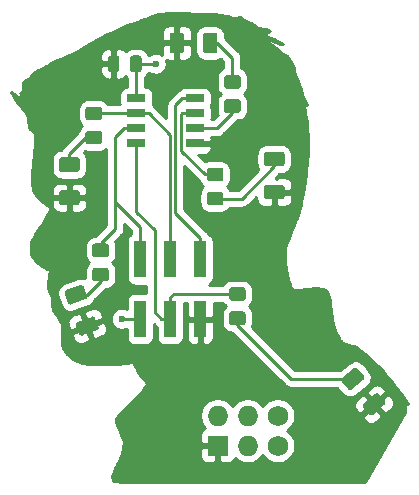
<source format=gbr>
G04 #@! TF.GenerationSoftware,KiCad,Pcbnew,(5.1.5)-3*
G04 #@! TF.CreationDate,2020-07-31T07:34:08-05:00*
G04 #@! TF.ProjectId,matt_damon,6d617474-5f64-4616-9d6f-6e2e6b696361,rev?*
G04 #@! TF.SameCoordinates,Original*
G04 #@! TF.FileFunction,Copper,L2,Bot*
G04 #@! TF.FilePolarity,Positive*
%FSLAX46Y46*%
G04 Gerber Fmt 4.6, Leading zero omitted, Abs format (unit mm)*
G04 Created by KiCad (PCBNEW (5.1.5)-3) date 2020-07-31 07:34:08*
%MOMM*%
%LPD*%
G04 APERTURE LIST*
%ADD10C,1.727200*%
%ADD11O,1.727200X1.727200*%
%ADD12R,1.727200X1.727200*%
%ADD13R,1.000000X3.150000*%
%ADD14R,1.600000X0.700000*%
%ADD15C,0.100000*%
%ADD16C,0.600000*%
%ADD17C,0.250000*%
%ADD18C,0.254000*%
G04 APERTURE END LIST*
D10*
X2146300Y-3289300D03*
X2146300Y-5829300D03*
D11*
X-393700Y-3289300D03*
X-393700Y-5829300D03*
X-2933700Y-3289300D03*
D12*
X-2933700Y-5829300D03*
D13*
X-9499840Y9941800D03*
X-9499840Y4891800D03*
X-6959840Y9941800D03*
X-6959840Y4891800D03*
X-4419840Y9941800D03*
X-4419840Y4891800D03*
D14*
X-4890840Y21026120D03*
X-4890840Y22296120D03*
X-4890840Y19756120D03*
X-4890840Y23566120D03*
X-9820840Y19756120D03*
X-9820840Y21026120D03*
X-9820840Y22296120D03*
X-9820840Y23566120D03*
G04 #@! TA.AperFunction,SMDPad,CuDef*
D15*
G36*
X-9592159Y27203724D02*
G01*
X-9568498Y27200214D01*
X-9545294Y27194402D01*
X-9522772Y27186344D01*
X-9501148Y27176116D01*
X-9480631Y27163819D01*
X-9461418Y27149569D01*
X-9443694Y27133505D01*
X-9427630Y27115781D01*
X-9413380Y27096568D01*
X-9401083Y27076051D01*
X-9390855Y27054427D01*
X-9382797Y27031905D01*
X-9376985Y27008701D01*
X-9373475Y26985040D01*
X-9372301Y26961148D01*
X-9372301Y26048648D01*
X-9373475Y26024756D01*
X-9376985Y26001095D01*
X-9382797Y25977891D01*
X-9390855Y25955369D01*
X-9401083Y25933745D01*
X-9413380Y25913228D01*
X-9427630Y25894015D01*
X-9443694Y25876291D01*
X-9461418Y25860227D01*
X-9480631Y25845977D01*
X-9501148Y25833680D01*
X-9522772Y25823452D01*
X-9545294Y25815394D01*
X-9568498Y25809582D01*
X-9592159Y25806072D01*
X-9616051Y25804898D01*
X-10103551Y25804898D01*
X-10127443Y25806072D01*
X-10151104Y25809582D01*
X-10174308Y25815394D01*
X-10196830Y25823452D01*
X-10218454Y25833680D01*
X-10238971Y25845977D01*
X-10258184Y25860227D01*
X-10275908Y25876291D01*
X-10291972Y25894015D01*
X-10306222Y25913228D01*
X-10318519Y25933745D01*
X-10328747Y25955369D01*
X-10336805Y25977891D01*
X-10342617Y26001095D01*
X-10346127Y26024756D01*
X-10347301Y26048648D01*
X-10347301Y26961148D01*
X-10346127Y26985040D01*
X-10342617Y27008701D01*
X-10336805Y27031905D01*
X-10328747Y27054427D01*
X-10318519Y27076051D01*
X-10306222Y27096568D01*
X-10291972Y27115781D01*
X-10275908Y27133505D01*
X-10258184Y27149569D01*
X-10238971Y27163819D01*
X-10218454Y27176116D01*
X-10196830Y27186344D01*
X-10174308Y27194402D01*
X-10151104Y27200214D01*
X-10127443Y27203724D01*
X-10103551Y27204898D01*
X-9616051Y27204898D01*
X-9592159Y27203724D01*
G37*
G04 #@! TD.AperFunction*
G04 #@! TA.AperFunction,SMDPad,CuDef*
G36*
X-11467159Y27203724D02*
G01*
X-11443498Y27200214D01*
X-11420294Y27194402D01*
X-11397772Y27186344D01*
X-11376148Y27176116D01*
X-11355631Y27163819D01*
X-11336418Y27149569D01*
X-11318694Y27133505D01*
X-11302630Y27115781D01*
X-11288380Y27096568D01*
X-11276083Y27076051D01*
X-11265855Y27054427D01*
X-11257797Y27031905D01*
X-11251985Y27008701D01*
X-11248475Y26985040D01*
X-11247301Y26961148D01*
X-11247301Y26048648D01*
X-11248475Y26024756D01*
X-11251985Y26001095D01*
X-11257797Y25977891D01*
X-11265855Y25955369D01*
X-11276083Y25933745D01*
X-11288380Y25913228D01*
X-11302630Y25894015D01*
X-11318694Y25876291D01*
X-11336418Y25860227D01*
X-11355631Y25845977D01*
X-11376148Y25833680D01*
X-11397772Y25823452D01*
X-11420294Y25815394D01*
X-11443498Y25809582D01*
X-11467159Y25806072D01*
X-11491051Y25804898D01*
X-11978551Y25804898D01*
X-12002443Y25806072D01*
X-12026104Y25809582D01*
X-12049308Y25815394D01*
X-12071830Y25823452D01*
X-12093454Y25833680D01*
X-12113971Y25845977D01*
X-12133184Y25860227D01*
X-12150908Y25876291D01*
X-12166972Y25894015D01*
X-12181222Y25913228D01*
X-12193519Y25933745D01*
X-12203747Y25955369D01*
X-12211805Y25977891D01*
X-12217617Y26001095D01*
X-12221127Y26024756D01*
X-12222301Y26048648D01*
X-12222301Y26961148D01*
X-12221127Y26985040D01*
X-12217617Y27008701D01*
X-12211805Y27031905D01*
X-12203747Y27054427D01*
X-12193519Y27076051D01*
X-12181222Y27096568D01*
X-12166972Y27115781D01*
X-12150908Y27133505D01*
X-12133184Y27149569D01*
X-12113971Y27163819D01*
X-12093454Y27176116D01*
X-12071830Y27186344D01*
X-12049308Y27194402D01*
X-12026104Y27200214D01*
X-12002443Y27203724D01*
X-11978551Y27204898D01*
X-11491051Y27204898D01*
X-11467159Y27203724D01*
G37*
G04 #@! TD.AperFunction*
G04 #@! TA.AperFunction,SMDPad,CuDef*
G36*
X-14839416Y18589216D02*
G01*
X-14815147Y18585616D01*
X-14791349Y18579655D01*
X-14768249Y18571390D01*
X-14746071Y18560900D01*
X-14725027Y18548287D01*
X-14705322Y18533673D01*
X-14687143Y18517197D01*
X-14670667Y18499018D01*
X-14656053Y18479313D01*
X-14643440Y18458269D01*
X-14632950Y18436091D01*
X-14624685Y18412991D01*
X-14618724Y18389193D01*
X-14615124Y18364924D01*
X-14613920Y18340420D01*
X-14613920Y17590420D01*
X-14615124Y17565916D01*
X-14618724Y17541647D01*
X-14624685Y17517849D01*
X-14632950Y17494749D01*
X-14643440Y17472571D01*
X-14656053Y17451527D01*
X-14670667Y17431822D01*
X-14687143Y17413643D01*
X-14705322Y17397167D01*
X-14725027Y17382553D01*
X-14746071Y17369940D01*
X-14768249Y17359450D01*
X-14791349Y17351185D01*
X-14815147Y17345224D01*
X-14839416Y17341624D01*
X-14863920Y17340420D01*
X-16113920Y17340420D01*
X-16138424Y17341624D01*
X-16162693Y17345224D01*
X-16186491Y17351185D01*
X-16209591Y17359450D01*
X-16231769Y17369940D01*
X-16252813Y17382553D01*
X-16272518Y17397167D01*
X-16290697Y17413643D01*
X-16307173Y17431822D01*
X-16321787Y17451527D01*
X-16334400Y17472571D01*
X-16344890Y17494749D01*
X-16353155Y17517849D01*
X-16359116Y17541647D01*
X-16362716Y17565916D01*
X-16363920Y17590420D01*
X-16363920Y18340420D01*
X-16362716Y18364924D01*
X-16359116Y18389193D01*
X-16353155Y18412991D01*
X-16344890Y18436091D01*
X-16334400Y18458269D01*
X-16321787Y18479313D01*
X-16307173Y18499018D01*
X-16290697Y18517197D01*
X-16272518Y18533673D01*
X-16252813Y18548287D01*
X-16231769Y18560900D01*
X-16209591Y18571390D01*
X-16186491Y18579655D01*
X-16162693Y18585616D01*
X-16138424Y18589216D01*
X-16113920Y18590420D01*
X-14863920Y18590420D01*
X-14839416Y18589216D01*
G37*
G04 #@! TD.AperFunction*
G04 #@! TA.AperFunction,SMDPad,CuDef*
G36*
X-14839416Y15789216D02*
G01*
X-14815147Y15785616D01*
X-14791349Y15779655D01*
X-14768249Y15771390D01*
X-14746071Y15760900D01*
X-14725027Y15748287D01*
X-14705322Y15733673D01*
X-14687143Y15717197D01*
X-14670667Y15699018D01*
X-14656053Y15679313D01*
X-14643440Y15658269D01*
X-14632950Y15636091D01*
X-14624685Y15612991D01*
X-14618724Y15589193D01*
X-14615124Y15564924D01*
X-14613920Y15540420D01*
X-14613920Y14790420D01*
X-14615124Y14765916D01*
X-14618724Y14741647D01*
X-14624685Y14717849D01*
X-14632950Y14694749D01*
X-14643440Y14672571D01*
X-14656053Y14651527D01*
X-14670667Y14631822D01*
X-14687143Y14613643D01*
X-14705322Y14597167D01*
X-14725027Y14582553D01*
X-14746071Y14569940D01*
X-14768249Y14559450D01*
X-14791349Y14551185D01*
X-14815147Y14545224D01*
X-14839416Y14541624D01*
X-14863920Y14540420D01*
X-16113920Y14540420D01*
X-16138424Y14541624D01*
X-16162693Y14545224D01*
X-16186491Y14551185D01*
X-16209591Y14559450D01*
X-16231769Y14569940D01*
X-16252813Y14582553D01*
X-16272518Y14597167D01*
X-16290697Y14613643D01*
X-16307173Y14631822D01*
X-16321787Y14651527D01*
X-16334400Y14672571D01*
X-16344890Y14694749D01*
X-16353155Y14717849D01*
X-16359116Y14741647D01*
X-16362716Y14765916D01*
X-16363920Y14790420D01*
X-16363920Y15540420D01*
X-16362716Y15564924D01*
X-16359116Y15589193D01*
X-16353155Y15612991D01*
X-16344890Y15636091D01*
X-16334400Y15658269D01*
X-16321787Y15679313D01*
X-16307173Y15699018D01*
X-16290697Y15717197D01*
X-16272518Y15733673D01*
X-16252813Y15748287D01*
X-16231769Y15760900D01*
X-16209591Y15771390D01*
X-16186491Y15779655D01*
X-16162693Y15785616D01*
X-16138424Y15789216D01*
X-16113920Y15790420D01*
X-14863920Y15790420D01*
X-14839416Y15789216D01*
G37*
G04 #@! TD.AperFunction*
G04 #@! TA.AperFunction,SMDPad,CuDef*
G36*
X-13483161Y5116698D02*
G01*
X-13459073Y5112043D01*
X-13435557Y5105049D01*
X-13412839Y5095784D01*
X-13391140Y5084337D01*
X-13370667Y5070818D01*
X-13351617Y5055358D01*
X-13334175Y5038105D01*
X-13318507Y5019225D01*
X-13304766Y4998900D01*
X-13293083Y4977327D01*
X-13283571Y4954712D01*
X-13027056Y4249943D01*
X-13019806Y4226505D01*
X-13014889Y4202469D01*
X-13012351Y4178067D01*
X-13012217Y4153533D01*
X-13014488Y4129105D01*
X-13019143Y4105017D01*
X-13026137Y4081501D01*
X-13035402Y4058783D01*
X-13046849Y4037084D01*
X-13060368Y4016611D01*
X-13075828Y3997561D01*
X-13093081Y3980119D01*
X-13111961Y3964451D01*
X-13132286Y3950710D01*
X-13153859Y3939027D01*
X-13176474Y3929515D01*
X-14351089Y3501990D01*
X-14374527Y3494740D01*
X-14398563Y3489823D01*
X-14422965Y3487285D01*
X-14447499Y3487151D01*
X-14471927Y3489422D01*
X-14496015Y3494077D01*
X-14519531Y3501071D01*
X-14542249Y3510336D01*
X-14563948Y3521783D01*
X-14584421Y3535302D01*
X-14603471Y3550762D01*
X-14620913Y3568015D01*
X-14636581Y3586895D01*
X-14650322Y3607220D01*
X-14662005Y3628793D01*
X-14671517Y3651408D01*
X-14928032Y4356177D01*
X-14935282Y4379615D01*
X-14940199Y4403651D01*
X-14942737Y4428053D01*
X-14942871Y4452587D01*
X-14940600Y4477015D01*
X-14935945Y4501103D01*
X-14928951Y4524619D01*
X-14919686Y4547337D01*
X-14908239Y4569036D01*
X-14894720Y4589509D01*
X-14879260Y4608559D01*
X-14862007Y4626001D01*
X-14843127Y4641669D01*
X-14822802Y4655410D01*
X-14801229Y4667093D01*
X-14778614Y4676605D01*
X-13603999Y5104130D01*
X-13580561Y5111380D01*
X-13556525Y5116297D01*
X-13532123Y5118835D01*
X-13507589Y5118969D01*
X-13483161Y5116698D01*
G37*
G04 #@! TD.AperFunction*
G04 #@! TA.AperFunction,SMDPad,CuDef*
G36*
X-14440817Y7747838D02*
G01*
X-14416729Y7743183D01*
X-14393213Y7736189D01*
X-14370495Y7726924D01*
X-14348796Y7715477D01*
X-14328323Y7701958D01*
X-14309273Y7686498D01*
X-14291831Y7669245D01*
X-14276163Y7650365D01*
X-14262422Y7630040D01*
X-14250739Y7608467D01*
X-14241227Y7585852D01*
X-13984712Y6881083D01*
X-13977462Y6857645D01*
X-13972545Y6833609D01*
X-13970007Y6809207D01*
X-13969873Y6784673D01*
X-13972144Y6760245D01*
X-13976799Y6736157D01*
X-13983793Y6712641D01*
X-13993058Y6689923D01*
X-14004505Y6668224D01*
X-14018024Y6647751D01*
X-14033484Y6628701D01*
X-14050737Y6611259D01*
X-14069617Y6595591D01*
X-14089942Y6581850D01*
X-14111515Y6570167D01*
X-14134130Y6560655D01*
X-15308745Y6133130D01*
X-15332183Y6125880D01*
X-15356219Y6120963D01*
X-15380621Y6118425D01*
X-15405155Y6118291D01*
X-15429583Y6120562D01*
X-15453671Y6125217D01*
X-15477187Y6132211D01*
X-15499905Y6141476D01*
X-15521604Y6152923D01*
X-15542077Y6166442D01*
X-15561127Y6181902D01*
X-15578569Y6199155D01*
X-15594237Y6218035D01*
X-15607978Y6238360D01*
X-15619661Y6259933D01*
X-15629173Y6282548D01*
X-15885688Y6987317D01*
X-15892938Y7010755D01*
X-15897855Y7034791D01*
X-15900393Y7059193D01*
X-15900527Y7083727D01*
X-15898256Y7108155D01*
X-15893601Y7132243D01*
X-15886607Y7155759D01*
X-15877342Y7178477D01*
X-15865895Y7200176D01*
X-15852376Y7220649D01*
X-15836916Y7239699D01*
X-15819663Y7257141D01*
X-15800783Y7272809D01*
X-15780458Y7286550D01*
X-15758885Y7298233D01*
X-15736270Y7307745D01*
X-14561655Y7735270D01*
X-14538217Y7742520D01*
X-14514181Y7747437D01*
X-14489779Y7749975D01*
X-14465245Y7750109D01*
X-14440817Y7747838D01*
G37*
G04 #@! TD.AperFunction*
G04 #@! TA.AperFunction,SMDPad,CuDef*
G36*
X10568327Y-1384667D02*
G01*
X10592633Y-1388002D01*
X10616495Y-1393703D01*
X10639684Y-1401716D01*
X10661975Y-1411963D01*
X10683155Y-1424346D01*
X10703019Y-1438745D01*
X10721376Y-1455021D01*
X10738049Y-1473019D01*
X11220140Y-2047552D01*
X11234969Y-2067097D01*
X11247811Y-2088002D01*
X11258541Y-2110064D01*
X11267058Y-2133072D01*
X11273279Y-2156805D01*
X11277143Y-2181032D01*
X11278614Y-2205522D01*
X11277678Y-2230038D01*
X11274343Y-2254344D01*
X11268642Y-2278206D01*
X11260629Y-2301395D01*
X11250382Y-2323686D01*
X11237999Y-2344866D01*
X11223600Y-2364730D01*
X11207324Y-2383087D01*
X11189326Y-2399760D01*
X10231771Y-3203245D01*
X10212226Y-3218074D01*
X10191321Y-3230916D01*
X10169259Y-3241646D01*
X10146251Y-3250163D01*
X10122518Y-3256384D01*
X10098291Y-3260248D01*
X10073801Y-3261719D01*
X10049285Y-3260783D01*
X10024979Y-3257448D01*
X10001117Y-3251747D01*
X9977928Y-3243734D01*
X9955637Y-3233487D01*
X9934457Y-3221104D01*
X9914593Y-3206705D01*
X9896236Y-3190429D01*
X9879563Y-3172431D01*
X9397472Y-2597898D01*
X9382643Y-2578353D01*
X9369801Y-2557448D01*
X9359071Y-2535386D01*
X9350554Y-2512378D01*
X9344333Y-2488645D01*
X9340469Y-2464418D01*
X9338998Y-2439928D01*
X9339934Y-2415412D01*
X9343269Y-2391106D01*
X9348970Y-2367244D01*
X9356983Y-2344055D01*
X9367230Y-2321764D01*
X9379613Y-2300584D01*
X9394012Y-2280720D01*
X9410288Y-2262363D01*
X9428286Y-2245690D01*
X10385841Y-1442205D01*
X10405386Y-1427376D01*
X10426291Y-1414534D01*
X10448353Y-1403804D01*
X10471361Y-1395287D01*
X10495094Y-1389066D01*
X10519321Y-1385202D01*
X10543811Y-1383731D01*
X10568327Y-1384667D01*
G37*
G04 #@! TD.AperFunction*
G04 #@! TA.AperFunction,SMDPad,CuDef*
G36*
X8768521Y760257D02*
G01*
X8792827Y756922D01*
X8816689Y751221D01*
X8839878Y743208D01*
X8862169Y732961D01*
X8883349Y720578D01*
X8903213Y706179D01*
X8921570Y689903D01*
X8938243Y671905D01*
X9420334Y97372D01*
X9435163Y77827D01*
X9448005Y56922D01*
X9458735Y34860D01*
X9467252Y11852D01*
X9473473Y-11881D01*
X9477337Y-36108D01*
X9478808Y-60598D01*
X9477872Y-85114D01*
X9474537Y-109420D01*
X9468836Y-133282D01*
X9460823Y-156471D01*
X9450576Y-178762D01*
X9438193Y-199942D01*
X9423794Y-219806D01*
X9407518Y-238163D01*
X9389520Y-254836D01*
X8431965Y-1058321D01*
X8412420Y-1073150D01*
X8391515Y-1085992D01*
X8369453Y-1096722D01*
X8346445Y-1105239D01*
X8322712Y-1111460D01*
X8298485Y-1115324D01*
X8273995Y-1116795D01*
X8249479Y-1115859D01*
X8225173Y-1112524D01*
X8201311Y-1106823D01*
X8178122Y-1098810D01*
X8155831Y-1088563D01*
X8134651Y-1076180D01*
X8114787Y-1061781D01*
X8096430Y-1045505D01*
X8079757Y-1027507D01*
X7597666Y-452974D01*
X7582837Y-433429D01*
X7569995Y-412524D01*
X7559265Y-390462D01*
X7550748Y-367454D01*
X7544527Y-343721D01*
X7540663Y-319494D01*
X7539192Y-295004D01*
X7540128Y-270488D01*
X7543463Y-246182D01*
X7549164Y-222320D01*
X7557177Y-199131D01*
X7567424Y-176840D01*
X7579807Y-155660D01*
X7594206Y-135796D01*
X7610482Y-117439D01*
X7628480Y-100766D01*
X8586035Y702719D01*
X8605580Y717548D01*
X8626485Y730390D01*
X8648547Y741120D01*
X8671555Y749637D01*
X8695288Y755858D01*
X8719515Y759722D01*
X8744005Y761193D01*
X8768521Y760257D01*
G37*
G04 #@! TD.AperFunction*
G04 #@! TA.AperFunction,SMDPad,CuDef*
G36*
X2503704Y19064196D02*
G01*
X2527973Y19060596D01*
X2551771Y19054635D01*
X2574871Y19046370D01*
X2597049Y19035880D01*
X2618093Y19023267D01*
X2637798Y19008653D01*
X2655977Y18992177D01*
X2672453Y18973998D01*
X2687067Y18954293D01*
X2699680Y18933249D01*
X2710170Y18911071D01*
X2718435Y18887971D01*
X2724396Y18864173D01*
X2727996Y18839904D01*
X2729200Y18815400D01*
X2729200Y18065400D01*
X2727996Y18040896D01*
X2724396Y18016627D01*
X2718435Y17992829D01*
X2710170Y17969729D01*
X2699680Y17947551D01*
X2687067Y17926507D01*
X2672453Y17906802D01*
X2655977Y17888623D01*
X2637798Y17872147D01*
X2618093Y17857533D01*
X2597049Y17844920D01*
X2574871Y17834430D01*
X2551771Y17826165D01*
X2527973Y17820204D01*
X2503704Y17816604D01*
X2479200Y17815400D01*
X1229200Y17815400D01*
X1204696Y17816604D01*
X1180427Y17820204D01*
X1156629Y17826165D01*
X1133529Y17834430D01*
X1111351Y17844920D01*
X1090307Y17857533D01*
X1070602Y17872147D01*
X1052423Y17888623D01*
X1035947Y17906802D01*
X1021333Y17926507D01*
X1008720Y17947551D01*
X998230Y17969729D01*
X989965Y17992829D01*
X984004Y18016627D01*
X980404Y18040896D01*
X979200Y18065400D01*
X979200Y18815400D01*
X980404Y18839904D01*
X984004Y18864173D01*
X989965Y18887971D01*
X998230Y18911071D01*
X1008720Y18933249D01*
X1021333Y18954293D01*
X1035947Y18973998D01*
X1052423Y18992177D01*
X1070602Y19008653D01*
X1090307Y19023267D01*
X1111351Y19035880D01*
X1133529Y19046370D01*
X1156629Y19054635D01*
X1180427Y19060596D01*
X1204696Y19064196D01*
X1229200Y19065400D01*
X2479200Y19065400D01*
X2503704Y19064196D01*
G37*
G04 #@! TD.AperFunction*
G04 #@! TA.AperFunction,SMDPad,CuDef*
G36*
X2503704Y16264196D02*
G01*
X2527973Y16260596D01*
X2551771Y16254635D01*
X2574871Y16246370D01*
X2597049Y16235880D01*
X2618093Y16223267D01*
X2637798Y16208653D01*
X2655977Y16192177D01*
X2672453Y16173998D01*
X2687067Y16154293D01*
X2699680Y16133249D01*
X2710170Y16111071D01*
X2718435Y16087971D01*
X2724396Y16064173D01*
X2727996Y16039904D01*
X2729200Y16015400D01*
X2729200Y15265400D01*
X2727996Y15240896D01*
X2724396Y15216627D01*
X2718435Y15192829D01*
X2710170Y15169729D01*
X2699680Y15147551D01*
X2687067Y15126507D01*
X2672453Y15106802D01*
X2655977Y15088623D01*
X2637798Y15072147D01*
X2618093Y15057533D01*
X2597049Y15044920D01*
X2574871Y15034430D01*
X2551771Y15026165D01*
X2527973Y15020204D01*
X2503704Y15016604D01*
X2479200Y15015400D01*
X1229200Y15015400D01*
X1204696Y15016604D01*
X1180427Y15020204D01*
X1156629Y15026165D01*
X1133529Y15034430D01*
X1111351Y15044920D01*
X1090307Y15057533D01*
X1070602Y15072147D01*
X1052423Y15088623D01*
X1035947Y15106802D01*
X1021333Y15126507D01*
X1008720Y15147551D01*
X998230Y15169729D01*
X989965Y15192829D01*
X984004Y15216627D01*
X980404Y15240896D01*
X979200Y15265400D01*
X979200Y16015400D01*
X980404Y16039904D01*
X984004Y16064173D01*
X989965Y16087971D01*
X998230Y16111071D01*
X1008720Y16133249D01*
X1021333Y16154293D01*
X1035947Y16173998D01*
X1052423Y16192177D01*
X1070602Y16208653D01*
X1090307Y16223267D01*
X1111351Y16235880D01*
X1133529Y16246370D01*
X1156629Y16254635D01*
X1180427Y16260596D01*
X1204696Y16264196D01*
X1229200Y16265400D01*
X2479200Y16265400D01*
X2503704Y16264196D01*
G37*
G04 #@! TD.AperFunction*
G04 #@! TA.AperFunction,SMDPad,CuDef*
G36*
X-5981896Y29143996D02*
G01*
X-5957627Y29140396D01*
X-5933829Y29134435D01*
X-5910729Y29126170D01*
X-5888551Y29115680D01*
X-5867507Y29103067D01*
X-5847802Y29088453D01*
X-5829623Y29071977D01*
X-5813147Y29053798D01*
X-5798533Y29034093D01*
X-5785920Y29013049D01*
X-5775430Y28990871D01*
X-5767165Y28967771D01*
X-5761204Y28943973D01*
X-5757604Y28919704D01*
X-5756400Y28895200D01*
X-5756400Y27645200D01*
X-5757604Y27620696D01*
X-5761204Y27596427D01*
X-5767165Y27572629D01*
X-5775430Y27549529D01*
X-5785920Y27527351D01*
X-5798533Y27506307D01*
X-5813147Y27486602D01*
X-5829623Y27468423D01*
X-5847802Y27451947D01*
X-5867507Y27437333D01*
X-5888551Y27424720D01*
X-5910729Y27414230D01*
X-5933829Y27405965D01*
X-5957627Y27400004D01*
X-5981896Y27396404D01*
X-6006400Y27395200D01*
X-6756400Y27395200D01*
X-6780904Y27396404D01*
X-6805173Y27400004D01*
X-6828971Y27405965D01*
X-6852071Y27414230D01*
X-6874249Y27424720D01*
X-6895293Y27437333D01*
X-6914998Y27451947D01*
X-6933177Y27468423D01*
X-6949653Y27486602D01*
X-6964267Y27506307D01*
X-6976880Y27527351D01*
X-6987370Y27549529D01*
X-6995635Y27572629D01*
X-7001596Y27596427D01*
X-7005196Y27620696D01*
X-7006400Y27645200D01*
X-7006400Y28895200D01*
X-7005196Y28919704D01*
X-7001596Y28943973D01*
X-6995635Y28967771D01*
X-6987370Y28990871D01*
X-6976880Y29013049D01*
X-6964267Y29034093D01*
X-6949653Y29053798D01*
X-6933177Y29071977D01*
X-6914998Y29088453D01*
X-6895293Y29103067D01*
X-6874249Y29115680D01*
X-6852071Y29126170D01*
X-6828971Y29134435D01*
X-6805173Y29140396D01*
X-6780904Y29143996D01*
X-6756400Y29145200D01*
X-6006400Y29145200D01*
X-5981896Y29143996D01*
G37*
G04 #@! TD.AperFunction*
G04 #@! TA.AperFunction,SMDPad,CuDef*
G36*
X-3181896Y29143996D02*
G01*
X-3157627Y29140396D01*
X-3133829Y29134435D01*
X-3110729Y29126170D01*
X-3088551Y29115680D01*
X-3067507Y29103067D01*
X-3047802Y29088453D01*
X-3029623Y29071977D01*
X-3013147Y29053798D01*
X-2998533Y29034093D01*
X-2985920Y29013049D01*
X-2975430Y28990871D01*
X-2967165Y28967771D01*
X-2961204Y28943973D01*
X-2957604Y28919704D01*
X-2956400Y28895200D01*
X-2956400Y27645200D01*
X-2957604Y27620696D01*
X-2961204Y27596427D01*
X-2967165Y27572629D01*
X-2975430Y27549529D01*
X-2985920Y27527351D01*
X-2998533Y27506307D01*
X-3013147Y27486602D01*
X-3029623Y27468423D01*
X-3047802Y27451947D01*
X-3067507Y27437333D01*
X-3088551Y27424720D01*
X-3110729Y27414230D01*
X-3133829Y27405965D01*
X-3157627Y27400004D01*
X-3181896Y27396404D01*
X-3206400Y27395200D01*
X-3956400Y27395200D01*
X-3980904Y27396404D01*
X-4005173Y27400004D01*
X-4028971Y27405965D01*
X-4052071Y27414230D01*
X-4074249Y27424720D01*
X-4095293Y27437333D01*
X-4114998Y27451947D01*
X-4133177Y27468423D01*
X-4149653Y27486602D01*
X-4164267Y27506307D01*
X-4176880Y27527351D01*
X-4187370Y27549529D01*
X-4195635Y27572629D01*
X-4201596Y27596427D01*
X-4205196Y27620696D01*
X-4206400Y27645200D01*
X-4206400Y28895200D01*
X-4205196Y28919704D01*
X-4201596Y28943973D01*
X-4195635Y28967771D01*
X-4187370Y28990871D01*
X-4176880Y29013049D01*
X-4164267Y29034093D01*
X-4149653Y29053798D01*
X-4133177Y29071977D01*
X-4114998Y29088453D01*
X-4095293Y29103067D01*
X-4074249Y29115680D01*
X-4052071Y29126170D01*
X-4028971Y29134435D01*
X-4005173Y29140396D01*
X-3980904Y29143996D01*
X-3956400Y29145200D01*
X-3206400Y29145200D01*
X-3181896Y29143996D01*
G37*
G04 #@! TD.AperFunction*
G04 #@! TA.AperFunction,SMDPad,CuDef*
G36*
X-12959555Y22867592D02*
G01*
X-12935287Y22863992D01*
X-12911488Y22858031D01*
X-12888389Y22849766D01*
X-12866210Y22839276D01*
X-12845167Y22826664D01*
X-12825461Y22812049D01*
X-12807283Y22795573D01*
X-12790807Y22777395D01*
X-12776192Y22757689D01*
X-12763580Y22736646D01*
X-12753090Y22714467D01*
X-12744825Y22691368D01*
X-12738864Y22667569D01*
X-12735264Y22643301D01*
X-12734060Y22618797D01*
X-12734060Y21968795D01*
X-12735264Y21944291D01*
X-12738864Y21920023D01*
X-12744825Y21896224D01*
X-12753090Y21873125D01*
X-12763580Y21850946D01*
X-12776192Y21829903D01*
X-12790807Y21810197D01*
X-12807283Y21792019D01*
X-12825461Y21775543D01*
X-12845167Y21760928D01*
X-12866210Y21748316D01*
X-12888389Y21737826D01*
X-12911488Y21729561D01*
X-12935287Y21723600D01*
X-12959555Y21720000D01*
X-12984059Y21718796D01*
X-13884061Y21718796D01*
X-13908565Y21720000D01*
X-13932833Y21723600D01*
X-13956632Y21729561D01*
X-13979731Y21737826D01*
X-14001910Y21748316D01*
X-14022953Y21760928D01*
X-14042659Y21775543D01*
X-14060837Y21792019D01*
X-14077313Y21810197D01*
X-14091928Y21829903D01*
X-14104540Y21850946D01*
X-14115030Y21873125D01*
X-14123295Y21896224D01*
X-14129256Y21920023D01*
X-14132856Y21944291D01*
X-14134060Y21968795D01*
X-14134060Y22618797D01*
X-14132856Y22643301D01*
X-14129256Y22667569D01*
X-14123295Y22691368D01*
X-14115030Y22714467D01*
X-14104540Y22736646D01*
X-14091928Y22757689D01*
X-14077313Y22777395D01*
X-14060837Y22795573D01*
X-14042659Y22812049D01*
X-14022953Y22826664D01*
X-14001910Y22839276D01*
X-13979731Y22849766D01*
X-13956632Y22858031D01*
X-13932833Y22863992D01*
X-13908565Y22867592D01*
X-13884061Y22868796D01*
X-12984059Y22868796D01*
X-12959555Y22867592D01*
G37*
G04 #@! TD.AperFunction*
G04 #@! TA.AperFunction,SMDPad,CuDef*
G36*
X-12959555Y20817592D02*
G01*
X-12935287Y20813992D01*
X-12911488Y20808031D01*
X-12888389Y20799766D01*
X-12866210Y20789276D01*
X-12845167Y20776664D01*
X-12825461Y20762049D01*
X-12807283Y20745573D01*
X-12790807Y20727395D01*
X-12776192Y20707689D01*
X-12763580Y20686646D01*
X-12753090Y20664467D01*
X-12744825Y20641368D01*
X-12738864Y20617569D01*
X-12735264Y20593301D01*
X-12734060Y20568797D01*
X-12734060Y19918795D01*
X-12735264Y19894291D01*
X-12738864Y19870023D01*
X-12744825Y19846224D01*
X-12753090Y19823125D01*
X-12763580Y19800946D01*
X-12776192Y19779903D01*
X-12790807Y19760197D01*
X-12807283Y19742019D01*
X-12825461Y19725543D01*
X-12845167Y19710928D01*
X-12866210Y19698316D01*
X-12888389Y19687826D01*
X-12911488Y19679561D01*
X-12935287Y19673600D01*
X-12959555Y19670000D01*
X-12984059Y19668796D01*
X-13884061Y19668796D01*
X-13908565Y19670000D01*
X-13932833Y19673600D01*
X-13956632Y19679561D01*
X-13979731Y19687826D01*
X-14001910Y19698316D01*
X-14022953Y19710928D01*
X-14042659Y19725543D01*
X-14060837Y19742019D01*
X-14077313Y19760197D01*
X-14091928Y19779903D01*
X-14104540Y19800946D01*
X-14115030Y19823125D01*
X-14123295Y19846224D01*
X-14129256Y19870023D01*
X-14132856Y19894291D01*
X-14134060Y19918795D01*
X-14134060Y20568797D01*
X-14132856Y20593301D01*
X-14129256Y20617569D01*
X-14123295Y20641368D01*
X-14115030Y20664467D01*
X-14104540Y20686646D01*
X-14091928Y20707689D01*
X-14077313Y20727395D01*
X-14060837Y20745573D01*
X-14042659Y20762049D01*
X-14022953Y20776664D01*
X-14001910Y20789276D01*
X-13979731Y20799766D01*
X-13956632Y20808031D01*
X-13932833Y20813992D01*
X-13908565Y20817592D01*
X-13884061Y20818796D01*
X-12984059Y20818796D01*
X-12959555Y20817592D01*
G37*
G04 #@! TD.AperFunction*
G04 #@! TA.AperFunction,SMDPad,CuDef*
G36*
X-12377895Y11285196D02*
G01*
X-12353627Y11281596D01*
X-12329828Y11275635D01*
X-12306729Y11267370D01*
X-12284550Y11256880D01*
X-12263507Y11244268D01*
X-12243801Y11229653D01*
X-12225623Y11213177D01*
X-12209147Y11194999D01*
X-12194532Y11175293D01*
X-12181920Y11154250D01*
X-12171430Y11132071D01*
X-12163165Y11108972D01*
X-12157204Y11085173D01*
X-12153604Y11060905D01*
X-12152400Y11036401D01*
X-12152400Y10386399D01*
X-12153604Y10361895D01*
X-12157204Y10337627D01*
X-12163165Y10313828D01*
X-12171430Y10290729D01*
X-12181920Y10268550D01*
X-12194532Y10247507D01*
X-12209147Y10227801D01*
X-12225623Y10209623D01*
X-12243801Y10193147D01*
X-12263507Y10178532D01*
X-12284550Y10165920D01*
X-12306729Y10155430D01*
X-12329828Y10147165D01*
X-12353627Y10141204D01*
X-12377895Y10137604D01*
X-12402399Y10136400D01*
X-13302401Y10136400D01*
X-13326905Y10137604D01*
X-13351173Y10141204D01*
X-13374972Y10147165D01*
X-13398071Y10155430D01*
X-13420250Y10165920D01*
X-13441293Y10178532D01*
X-13460999Y10193147D01*
X-13479177Y10209623D01*
X-13495653Y10227801D01*
X-13510268Y10247507D01*
X-13522880Y10268550D01*
X-13533370Y10290729D01*
X-13541635Y10313828D01*
X-13547596Y10337627D01*
X-13551196Y10361895D01*
X-13552400Y10386399D01*
X-13552400Y11036401D01*
X-13551196Y11060905D01*
X-13547596Y11085173D01*
X-13541635Y11108972D01*
X-13533370Y11132071D01*
X-13522880Y11154250D01*
X-13510268Y11175293D01*
X-13495653Y11194999D01*
X-13479177Y11213177D01*
X-13460999Y11229653D01*
X-13441293Y11244268D01*
X-13420250Y11256880D01*
X-13398071Y11267370D01*
X-13374972Y11275635D01*
X-13351173Y11281596D01*
X-13326905Y11285196D01*
X-13302401Y11286400D01*
X-12402399Y11286400D01*
X-12377895Y11285196D01*
G37*
G04 #@! TD.AperFunction*
G04 #@! TA.AperFunction,SMDPad,CuDef*
G36*
X-12377895Y9235196D02*
G01*
X-12353627Y9231596D01*
X-12329828Y9225635D01*
X-12306729Y9217370D01*
X-12284550Y9206880D01*
X-12263507Y9194268D01*
X-12243801Y9179653D01*
X-12225623Y9163177D01*
X-12209147Y9144999D01*
X-12194532Y9125293D01*
X-12181920Y9104250D01*
X-12171430Y9082071D01*
X-12163165Y9058972D01*
X-12157204Y9035173D01*
X-12153604Y9010905D01*
X-12152400Y8986401D01*
X-12152400Y8336399D01*
X-12153604Y8311895D01*
X-12157204Y8287627D01*
X-12163165Y8263828D01*
X-12171430Y8240729D01*
X-12181920Y8218550D01*
X-12194532Y8197507D01*
X-12209147Y8177801D01*
X-12225623Y8159623D01*
X-12243801Y8143147D01*
X-12263507Y8128532D01*
X-12284550Y8115920D01*
X-12306729Y8105430D01*
X-12329828Y8097165D01*
X-12353627Y8091204D01*
X-12377895Y8087604D01*
X-12402399Y8086400D01*
X-13302401Y8086400D01*
X-13326905Y8087604D01*
X-13351173Y8091204D01*
X-13374972Y8097165D01*
X-13398071Y8105430D01*
X-13420250Y8115920D01*
X-13441293Y8128532D01*
X-13460999Y8143147D01*
X-13479177Y8159623D01*
X-13495653Y8177801D01*
X-13510268Y8197507D01*
X-13522880Y8218550D01*
X-13533370Y8240729D01*
X-13541635Y8263828D01*
X-13547596Y8287627D01*
X-13551196Y8311895D01*
X-13552400Y8336399D01*
X-13552400Y8986401D01*
X-13551196Y9010905D01*
X-13547596Y9035173D01*
X-13541635Y9058972D01*
X-13533370Y9082071D01*
X-13522880Y9104250D01*
X-13510268Y9125293D01*
X-13495653Y9144999D01*
X-13479177Y9163177D01*
X-13460999Y9179653D01*
X-13441293Y9194268D01*
X-13420250Y9206880D01*
X-13398071Y9217370D01*
X-13374972Y9225635D01*
X-13351173Y9231596D01*
X-13326905Y9235196D01*
X-13302401Y9236400D01*
X-12402399Y9236400D01*
X-12377895Y9235196D01*
G37*
G04 #@! TD.AperFunction*
G04 #@! TA.AperFunction,SMDPad,CuDef*
G36*
X-795495Y7584200D02*
G01*
X-771227Y7580600D01*
X-747428Y7574639D01*
X-724329Y7566374D01*
X-702150Y7555884D01*
X-681107Y7543272D01*
X-661401Y7528657D01*
X-643223Y7512181D01*
X-626747Y7494003D01*
X-612132Y7474297D01*
X-599520Y7453254D01*
X-589030Y7431075D01*
X-580765Y7407976D01*
X-574804Y7384177D01*
X-571204Y7359909D01*
X-570000Y7335405D01*
X-570000Y6685403D01*
X-571204Y6660899D01*
X-574804Y6636631D01*
X-580765Y6612832D01*
X-589030Y6589733D01*
X-599520Y6567554D01*
X-612132Y6546511D01*
X-626747Y6526805D01*
X-643223Y6508627D01*
X-661401Y6492151D01*
X-681107Y6477536D01*
X-702150Y6464924D01*
X-724329Y6454434D01*
X-747428Y6446169D01*
X-771227Y6440208D01*
X-795495Y6436608D01*
X-819999Y6435404D01*
X-1720001Y6435404D01*
X-1744505Y6436608D01*
X-1768773Y6440208D01*
X-1792572Y6446169D01*
X-1815671Y6454434D01*
X-1837850Y6464924D01*
X-1858893Y6477536D01*
X-1878599Y6492151D01*
X-1896777Y6508627D01*
X-1913253Y6526805D01*
X-1927868Y6546511D01*
X-1940480Y6567554D01*
X-1950970Y6589733D01*
X-1959235Y6612832D01*
X-1965196Y6636631D01*
X-1968796Y6660899D01*
X-1970000Y6685403D01*
X-1970000Y7335405D01*
X-1968796Y7359909D01*
X-1965196Y7384177D01*
X-1959235Y7407976D01*
X-1950970Y7431075D01*
X-1940480Y7453254D01*
X-1927868Y7474297D01*
X-1913253Y7494003D01*
X-1896777Y7512181D01*
X-1878599Y7528657D01*
X-1858893Y7543272D01*
X-1837850Y7555884D01*
X-1815671Y7566374D01*
X-1792572Y7574639D01*
X-1768773Y7580600D01*
X-1744505Y7584200D01*
X-1720001Y7585404D01*
X-819999Y7585404D01*
X-795495Y7584200D01*
G37*
G04 #@! TD.AperFunction*
G04 #@! TA.AperFunction,SMDPad,CuDef*
G36*
X-795495Y5534200D02*
G01*
X-771227Y5530600D01*
X-747428Y5524639D01*
X-724329Y5516374D01*
X-702150Y5505884D01*
X-681107Y5493272D01*
X-661401Y5478657D01*
X-643223Y5462181D01*
X-626747Y5444003D01*
X-612132Y5424297D01*
X-599520Y5403254D01*
X-589030Y5381075D01*
X-580765Y5357976D01*
X-574804Y5334177D01*
X-571204Y5309909D01*
X-570000Y5285405D01*
X-570000Y4635403D01*
X-571204Y4610899D01*
X-574804Y4586631D01*
X-580765Y4562832D01*
X-589030Y4539733D01*
X-599520Y4517554D01*
X-612132Y4496511D01*
X-626747Y4476805D01*
X-643223Y4458627D01*
X-661401Y4442151D01*
X-681107Y4427536D01*
X-702150Y4414924D01*
X-724329Y4404434D01*
X-747428Y4396169D01*
X-771227Y4390208D01*
X-795495Y4386608D01*
X-819999Y4385404D01*
X-1720001Y4385404D01*
X-1744505Y4386608D01*
X-1768773Y4390208D01*
X-1792572Y4396169D01*
X-1815671Y4404434D01*
X-1837850Y4414924D01*
X-1858893Y4427536D01*
X-1878599Y4442151D01*
X-1896777Y4458627D01*
X-1913253Y4476805D01*
X-1927868Y4496511D01*
X-1940480Y4517554D01*
X-1950970Y4539733D01*
X-1959235Y4562832D01*
X-1965196Y4586631D01*
X-1968796Y4610899D01*
X-1970000Y4635403D01*
X-1970000Y5285405D01*
X-1968796Y5309909D01*
X-1965196Y5334177D01*
X-1959235Y5357976D01*
X-1950970Y5381075D01*
X-1940480Y5403254D01*
X-1927868Y5424297D01*
X-1913253Y5444003D01*
X-1896777Y5462181D01*
X-1878599Y5478657D01*
X-1858893Y5493272D01*
X-1837850Y5505884D01*
X-1815671Y5516374D01*
X-1792572Y5524639D01*
X-1768773Y5530600D01*
X-1744505Y5534200D01*
X-1720001Y5535404D01*
X-819999Y5535404D01*
X-795495Y5534200D01*
G37*
G04 #@! TD.AperFunction*
G04 #@! TA.AperFunction,SMDPad,CuDef*
G36*
X-2675095Y15661392D02*
G01*
X-2650827Y15657792D01*
X-2627028Y15651831D01*
X-2603929Y15643566D01*
X-2581750Y15633076D01*
X-2560707Y15620464D01*
X-2541001Y15605849D01*
X-2522823Y15589373D01*
X-2506347Y15571195D01*
X-2491732Y15551489D01*
X-2479120Y15530446D01*
X-2468630Y15508267D01*
X-2460365Y15485168D01*
X-2454404Y15461369D01*
X-2450804Y15437101D01*
X-2449600Y15412597D01*
X-2449600Y14762595D01*
X-2450804Y14738091D01*
X-2454404Y14713823D01*
X-2460365Y14690024D01*
X-2468630Y14666925D01*
X-2479120Y14644746D01*
X-2491732Y14623703D01*
X-2506347Y14603997D01*
X-2522823Y14585819D01*
X-2541001Y14569343D01*
X-2560707Y14554728D01*
X-2581750Y14542116D01*
X-2603929Y14531626D01*
X-2627028Y14523361D01*
X-2650827Y14517400D01*
X-2675095Y14513800D01*
X-2699599Y14512596D01*
X-3599601Y14512596D01*
X-3624105Y14513800D01*
X-3648373Y14517400D01*
X-3672172Y14523361D01*
X-3695271Y14531626D01*
X-3717450Y14542116D01*
X-3738493Y14554728D01*
X-3758199Y14569343D01*
X-3776377Y14585819D01*
X-3792853Y14603997D01*
X-3807468Y14623703D01*
X-3820080Y14644746D01*
X-3830570Y14666925D01*
X-3838835Y14690024D01*
X-3844796Y14713823D01*
X-3848396Y14738091D01*
X-3849600Y14762595D01*
X-3849600Y15412597D01*
X-3848396Y15437101D01*
X-3844796Y15461369D01*
X-3838835Y15485168D01*
X-3830570Y15508267D01*
X-3820080Y15530446D01*
X-3807468Y15551489D01*
X-3792853Y15571195D01*
X-3776377Y15589373D01*
X-3758199Y15605849D01*
X-3738493Y15620464D01*
X-3717450Y15633076D01*
X-3695271Y15643566D01*
X-3672172Y15651831D01*
X-3648373Y15657792D01*
X-3624105Y15661392D01*
X-3599601Y15662596D01*
X-2699599Y15662596D01*
X-2675095Y15661392D01*
G37*
G04 #@! TD.AperFunction*
G04 #@! TA.AperFunction,SMDPad,CuDef*
G36*
X-2675095Y17711392D02*
G01*
X-2650827Y17707792D01*
X-2627028Y17701831D01*
X-2603929Y17693566D01*
X-2581750Y17683076D01*
X-2560707Y17670464D01*
X-2541001Y17655849D01*
X-2522823Y17639373D01*
X-2506347Y17621195D01*
X-2491732Y17601489D01*
X-2479120Y17580446D01*
X-2468630Y17558267D01*
X-2460365Y17535168D01*
X-2454404Y17511369D01*
X-2450804Y17487101D01*
X-2449600Y17462597D01*
X-2449600Y16812595D01*
X-2450804Y16788091D01*
X-2454404Y16763823D01*
X-2460365Y16740024D01*
X-2468630Y16716925D01*
X-2479120Y16694746D01*
X-2491732Y16673703D01*
X-2506347Y16653997D01*
X-2522823Y16635819D01*
X-2541001Y16619343D01*
X-2560707Y16604728D01*
X-2581750Y16592116D01*
X-2603929Y16581626D01*
X-2627028Y16573361D01*
X-2650827Y16567400D01*
X-2675095Y16563800D01*
X-2699599Y16562596D01*
X-3599601Y16562596D01*
X-3624105Y16563800D01*
X-3648373Y16567400D01*
X-3672172Y16573361D01*
X-3695271Y16581626D01*
X-3717450Y16592116D01*
X-3738493Y16604728D01*
X-3758199Y16619343D01*
X-3776377Y16635819D01*
X-3792853Y16653997D01*
X-3807468Y16673703D01*
X-3820080Y16694746D01*
X-3830570Y16716925D01*
X-3838835Y16740024D01*
X-3844796Y16763823D01*
X-3848396Y16788091D01*
X-3849600Y16812595D01*
X-3849600Y17462597D01*
X-3848396Y17487101D01*
X-3844796Y17511369D01*
X-3838835Y17535168D01*
X-3830570Y17558267D01*
X-3820080Y17580446D01*
X-3807468Y17601489D01*
X-3792853Y17621195D01*
X-3776377Y17639373D01*
X-3758199Y17655849D01*
X-3738493Y17670464D01*
X-3717450Y17683076D01*
X-3695271Y17693566D01*
X-3672172Y17701831D01*
X-3648373Y17707792D01*
X-3624105Y17711392D01*
X-3599601Y17712596D01*
X-2699599Y17712596D01*
X-2675095Y17711392D01*
G37*
G04 #@! TD.AperFunction*
G04 #@! TA.AperFunction,SMDPad,CuDef*
G36*
X-1214597Y25541997D02*
G01*
X-1190329Y25538397D01*
X-1166530Y25532436D01*
X-1143431Y25524171D01*
X-1121252Y25513681D01*
X-1100209Y25501069D01*
X-1080503Y25486454D01*
X-1062325Y25469978D01*
X-1045849Y25451800D01*
X-1031234Y25432094D01*
X-1018622Y25411051D01*
X-1008132Y25388872D01*
X-999867Y25365773D01*
X-993906Y25341974D01*
X-990306Y25317706D01*
X-989102Y25293202D01*
X-989102Y24643200D01*
X-990306Y24618696D01*
X-993906Y24594428D01*
X-999867Y24570629D01*
X-1008132Y24547530D01*
X-1018622Y24525351D01*
X-1031234Y24504308D01*
X-1045849Y24484602D01*
X-1062325Y24466424D01*
X-1080503Y24449948D01*
X-1100209Y24435333D01*
X-1121252Y24422721D01*
X-1143431Y24412231D01*
X-1166530Y24403966D01*
X-1190329Y24398005D01*
X-1214597Y24394405D01*
X-1239101Y24393201D01*
X-2139103Y24393201D01*
X-2163607Y24394405D01*
X-2187875Y24398005D01*
X-2211674Y24403966D01*
X-2234773Y24412231D01*
X-2256952Y24422721D01*
X-2277995Y24435333D01*
X-2297701Y24449948D01*
X-2315879Y24466424D01*
X-2332355Y24484602D01*
X-2346970Y24504308D01*
X-2359582Y24525351D01*
X-2370072Y24547530D01*
X-2378337Y24570629D01*
X-2384298Y24594428D01*
X-2387898Y24618696D01*
X-2389102Y24643200D01*
X-2389102Y25293202D01*
X-2387898Y25317706D01*
X-2384298Y25341974D01*
X-2378337Y25365773D01*
X-2370072Y25388872D01*
X-2359582Y25411051D01*
X-2346970Y25432094D01*
X-2332355Y25451800D01*
X-2315879Y25469978D01*
X-2297701Y25486454D01*
X-2277995Y25501069D01*
X-2256952Y25513681D01*
X-2234773Y25524171D01*
X-2211674Y25532436D01*
X-2187875Y25538397D01*
X-2163607Y25541997D01*
X-2139103Y25543201D01*
X-1239101Y25543201D01*
X-1214597Y25541997D01*
G37*
G04 #@! TD.AperFunction*
G04 #@! TA.AperFunction,SMDPad,CuDef*
G36*
X-1214597Y23491997D02*
G01*
X-1190329Y23488397D01*
X-1166530Y23482436D01*
X-1143431Y23474171D01*
X-1121252Y23463681D01*
X-1100209Y23451069D01*
X-1080503Y23436454D01*
X-1062325Y23419978D01*
X-1045849Y23401800D01*
X-1031234Y23382094D01*
X-1018622Y23361051D01*
X-1008132Y23338872D01*
X-999867Y23315773D01*
X-993906Y23291974D01*
X-990306Y23267706D01*
X-989102Y23243202D01*
X-989102Y22593200D01*
X-990306Y22568696D01*
X-993906Y22544428D01*
X-999867Y22520629D01*
X-1008132Y22497530D01*
X-1018622Y22475351D01*
X-1031234Y22454308D01*
X-1045849Y22434602D01*
X-1062325Y22416424D01*
X-1080503Y22399948D01*
X-1100209Y22385333D01*
X-1121252Y22372721D01*
X-1143431Y22362231D01*
X-1166530Y22353966D01*
X-1190329Y22348005D01*
X-1214597Y22344405D01*
X-1239101Y22343201D01*
X-2139103Y22343201D01*
X-2163607Y22344405D01*
X-2187875Y22348005D01*
X-2211674Y22353966D01*
X-2234773Y22362231D01*
X-2256952Y22372721D01*
X-2277995Y22385333D01*
X-2297701Y22399948D01*
X-2315879Y22416424D01*
X-2332355Y22434602D01*
X-2346970Y22454308D01*
X-2359582Y22475351D01*
X-2370072Y22497530D01*
X-2378337Y22520629D01*
X-2384298Y22544428D01*
X-2387898Y22568696D01*
X-2389102Y22593200D01*
X-2389102Y23243202D01*
X-2387898Y23267706D01*
X-2384298Y23291974D01*
X-2378337Y23315773D01*
X-2370072Y23338872D01*
X-2359582Y23361051D01*
X-2346970Y23382094D01*
X-2332355Y23401800D01*
X-2315879Y23419978D01*
X-2297701Y23436454D01*
X-2277995Y23451069D01*
X-2256952Y23463681D01*
X-2234773Y23474171D01*
X-2211674Y23482436D01*
X-2187875Y23488397D01*
X-2163607Y23491997D01*
X-2139103Y23493201D01*
X-1239101Y23493201D01*
X-1214597Y23491997D01*
G37*
G04 #@! TD.AperFunction*
D16*
X-11071860Y4907280D03*
X-8178800Y26504900D03*
D17*
X-11056380Y4891800D02*
X-11071860Y4907280D01*
X-9499840Y4891800D02*
X-11056380Y4891800D01*
X-9820840Y26465937D02*
X-9859801Y26504898D01*
X-9820840Y23566120D02*
X-9820840Y26465937D01*
X-9859801Y26504898D02*
X-8178802Y26504898D01*
X-8178802Y26504898D02*
X-8178800Y26504900D01*
X-15488920Y18590420D02*
X-15488920Y17965420D01*
X-15488920Y18888936D02*
X-15488920Y18590420D01*
X-14134060Y20243796D02*
X-15488920Y18888936D01*
X-13434060Y20243796D02*
X-14134060Y20243796D01*
X-1270000Y4385404D02*
X-1270000Y4960404D01*
X3293205Y-177801D02*
X-1270000Y4385404D01*
X8509000Y-177801D02*
X3293205Y-177801D01*
X-2956400Y28270200D02*
X-3581400Y28270200D01*
X-1689102Y27002902D02*
X-2956400Y28270200D01*
X-1689102Y24968201D02*
X-1689102Y27002902D01*
X-11597640Y14808200D02*
X-9499840Y12710400D01*
X-9499840Y12710400D02*
X-9499840Y9941800D01*
X-11597640Y20299320D02*
X-11597640Y14808200D01*
X-9820840Y21026120D02*
X-10870840Y21026120D01*
X-10870840Y21026120D02*
X-11597640Y20299320D01*
X-11597640Y12541160D02*
X-11597640Y14808200D01*
X-12852400Y11286400D02*
X-11597640Y12541160D01*
X-12852400Y10711400D02*
X-12852400Y11286400D01*
X-6959840Y9941800D02*
X-6959840Y20485120D01*
X-8770840Y22296120D02*
X-9820840Y22296120D01*
X-6959840Y20485120D02*
X-8770840Y22296120D01*
X-13431736Y22296120D02*
X-13434060Y22293796D01*
X-9820840Y22296120D02*
X-13431736Y22296120D01*
X-8275320Y12446000D02*
X-8275320Y5457280D01*
X-8275320Y5457280D02*
X-7709840Y4891800D01*
X-7709840Y4891800D02*
X-6959840Y4891800D01*
X-9820840Y13991520D02*
X-8275320Y12446000D01*
X-9820840Y19756120D02*
X-9820840Y13991520D01*
X-1970000Y7010404D02*
X-1270000Y7010404D01*
X-6666236Y7010404D02*
X-1970000Y7010404D01*
X-6959840Y6716800D02*
X-6666236Y7010404D01*
X-6959840Y4891800D02*
X-6959840Y6716800D01*
X-6509830Y22997130D02*
X-5940840Y23566120D01*
X-6509830Y13856790D02*
X-6509830Y22997130D01*
X-4419840Y11766800D02*
X-6509830Y13856790D01*
X-5940840Y23566120D02*
X-4890840Y23566120D01*
X-4419840Y9941800D02*
X-4419840Y11766800D01*
X-3849600Y17137596D02*
X-3149600Y17137596D01*
X-4007318Y17137596D02*
X-3849600Y17137596D01*
X-6015841Y19146119D02*
X-4007318Y17137596D01*
X-6015841Y22221119D02*
X-6015841Y19146119D01*
X-5940840Y22296120D02*
X-6015841Y22221119D01*
X-4890840Y22296120D02*
X-5940840Y22296120D01*
X-1689102Y22343201D02*
X-1689102Y22918201D01*
X-3006183Y21026120D02*
X-1689102Y22343201D01*
X-4890840Y21026120D02*
X-3006183Y21026120D01*
X-14004600Y6934200D02*
X-14935200Y6934200D01*
X-12852400Y8086400D02*
X-14004600Y6934200D01*
X-12852400Y8661400D02*
X-12852400Y8086400D01*
X-873604Y15087596D02*
X1854200Y17815400D01*
X1854200Y17815400D02*
X1854200Y18440400D01*
X-3149600Y15087596D02*
X-873604Y15087596D01*
D18*
G36*
X-6229497Y30770075D02*
G01*
X-5742546Y30764720D01*
X-5611203Y30763013D01*
X-4974285Y30752795D01*
X-4415276Y30739765D01*
X-3926969Y30723346D01*
X-3502013Y30702965D01*
X-3133265Y30678070D01*
X-2813702Y30648142D01*
X-2536174Y30612690D01*
X-2293293Y30571229D01*
X-2077637Y30523270D01*
X-1879902Y30467783D01*
X-1858466Y30461035D01*
X-1855039Y30460009D01*
X-1642140Y30399526D01*
X-1632110Y30397112D01*
X-1462127Y30363443D01*
X-1443437Y30361164D01*
X-1327626Y30355699D01*
X-1302762Y30356969D01*
X-1278624Y30363065D01*
X-1266792Y30368013D01*
X-1216405Y30392140D01*
X-1195112Y30405041D01*
X-1176745Y30421848D01*
X-1162010Y30441916D01*
X-1151474Y30464473D01*
X-1148041Y30477828D01*
X-1074553Y30423491D01*
X-1071387Y30421224D01*
X-895293Y30299189D01*
X-888742Y30294941D01*
X-704702Y30183486D01*
X-696926Y30179142D01*
X-535410Y30096205D01*
X-525632Y30091697D01*
X-474226Y30070592D01*
X-332167Y30009697D01*
X-152309Y29919854D01*
X36430Y29815754D01*
X106749Y29774039D01*
X311564Y29651218D01*
X315495Y29648955D01*
X469359Y29564007D01*
X479661Y29558913D01*
X602704Y29504859D01*
X620788Y29498495D01*
X733404Y29468195D01*
X752309Y29464618D01*
X874891Y29450932D01*
X885489Y29450196D01*
X1038433Y29445987D01*
X1040665Y29445945D01*
X1055395Y29445799D01*
X1221747Y29439713D01*
X1256703Y29434023D01*
X1264142Y29413840D01*
X1277143Y29392608D01*
X1294036Y29374320D01*
X1305258Y29365422D01*
X1370822Y29319207D01*
X1399226Y29304162D01*
X1523378Y29257399D01*
X1457789Y29241290D01*
X1445811Y29237714D01*
X1306400Y29188509D01*
X1300026Y29186065D01*
X1299944Y29186031D01*
X1298808Y29185554D01*
X1156721Y29125018D01*
X1134884Y29113062D01*
X1115799Y29097075D01*
X1100199Y29077672D01*
X1088684Y29055598D01*
X1081697Y29031702D01*
X1079506Y29006902D01*
X1082196Y28982152D01*
X1089662Y28958401D01*
X1101618Y28936564D01*
X1117605Y28917479D01*
X1137008Y28901879D01*
X1155357Y28891933D01*
X1365773Y28799360D01*
X1858951Y28569569D01*
X2268254Y28350911D01*
X2574377Y28156246D01*
X2473198Y28168647D01*
X2368039Y28191482D01*
X2211399Y28246566D01*
X2023807Y28327525D01*
X1944614Y28365813D01*
X1752332Y28460767D01*
X1748685Y28462496D01*
X1616426Y28522660D01*
X1603839Y28527596D01*
X1517202Y28556346D01*
X1492918Y28561833D01*
X1479348Y28562791D01*
X1423474Y28563735D01*
X1398660Y28561713D01*
X1374717Y28554890D01*
X1357459Y28546524D01*
X1317485Y28523265D01*
X1297297Y28508695D01*
X1287558Y28499116D01*
X1258661Y28467460D01*
X1245966Y28451036D01*
X1217113Y28406633D01*
X1205659Y28384528D01*
X1198738Y28360613D01*
X1196615Y28335808D01*
X1199373Y28311064D01*
X1206905Y28287335D01*
X1218921Y28265530D01*
X1234961Y28246489D01*
X1254407Y28230943D01*
X1276512Y28219489D01*
X1301205Y28212426D01*
X1333038Y28206722D01*
X1357857Y28204754D01*
X1383146Y28207790D01*
X1429375Y28218125D01*
X1473485Y28221154D01*
X1514324Y28203117D01*
X1602362Y28131667D01*
X1694299Y28055109D01*
X1697455Y28052565D01*
X1841514Y27940190D01*
X1843139Y27938944D01*
X2021068Y27804707D01*
X2022361Y27803744D01*
X2216496Y27661110D01*
X2217356Y27660484D01*
X2273846Y27619704D01*
X2608311Y27365176D01*
X2893913Y27119274D01*
X3123029Y26890156D01*
X3287435Y26687150D01*
X3352501Y26580178D01*
X3399519Y26462586D01*
X3449432Y26293407D01*
X3489341Y26112870D01*
X3490224Y26107879D01*
X3491715Y26100671D01*
X3536142Y25913471D01*
X3538409Y25905179D01*
X3614848Y25658697D01*
X3616501Y25653732D01*
X3719414Y25364567D01*
X3720822Y25360800D01*
X3838412Y25060824D01*
X3838558Y25060453D01*
X3936595Y24812654D01*
X4026511Y24570823D01*
X4101668Y24354070D01*
X4154729Y24183644D01*
X4175325Y24102325D01*
X4176488Y24098051D01*
X4229065Y23917215D01*
X4232685Y23906550D01*
X4325552Y23668285D01*
X4328168Y23662067D01*
X4455712Y23380087D01*
X4457442Y23376421D01*
X4541097Y23206161D01*
X4541142Y23206069D01*
X4628651Y23028329D01*
X4628649Y23028330D01*
X4597500Y23043089D01*
X4574064Y23051492D01*
X4549440Y23055163D01*
X4524573Y23053958D01*
X4500418Y23047926D01*
X4477905Y23037297D01*
X4457898Y23022480D01*
X4441165Y23004045D01*
X4428351Y22982700D01*
X4419211Y22956168D01*
X4408653Y22909190D01*
X4405601Y22884481D01*
X4405945Y22871480D01*
X4414827Y22757445D01*
X4415772Y22748990D01*
X4442943Y22562574D01*
X4443365Y22559880D01*
X4487672Y22295761D01*
X4487765Y22295214D01*
X4488778Y22289332D01*
X4588084Y21637405D01*
X4657960Y20996437D01*
X4698829Y20350802D01*
X4710878Y19685937D01*
X4694227Y18987362D01*
X4648967Y18240774D01*
X4575127Y17431385D01*
X4548257Y17181890D01*
X4381525Y16008800D01*
X4139297Y14817007D01*
X4089358Y14607209D01*
X4007289Y14280660D01*
X3928509Y13995219D01*
X3846147Y13731009D01*
X3753221Y13468005D01*
X3642571Y13186014D01*
X3507129Y12865318D01*
X3344769Y12497257D01*
X3344133Y12495790D01*
X3149426Y12038907D01*
X3147111Y12033081D01*
X2994671Y11619947D01*
X2991849Y11611372D01*
X2880168Y11226464D01*
X2877476Y11215334D01*
X2805046Y10843126D01*
X2803248Y10830562D01*
X2768564Y10455528D01*
X2768025Y10443332D01*
X2769578Y10049949D01*
X2770032Y10039703D01*
X2806316Y9612444D01*
X2807190Y9604865D01*
X2876697Y9128207D01*
X2877498Y9123371D01*
X2968269Y8634004D01*
X2968745Y8631572D01*
X3036823Y8300698D01*
X3037407Y8298008D01*
X3096272Y8040331D01*
X3097542Y8035256D01*
X3150627Y7840256D01*
X3153493Y7831106D01*
X3204231Y7688266D01*
X3210865Y7672887D01*
X3262690Y7571686D01*
X3276752Y7549997D01*
X3333097Y7479915D01*
X3348495Y7463871D01*
X3375520Y7440249D01*
X3391025Y7428656D01*
X3458910Y7385553D01*
X3487538Y7372049D01*
X3569586Y7345238D01*
X3596849Y7339542D01*
X3706119Y7329010D01*
X3723169Y7328517D01*
X3872723Y7334251D01*
X3881539Y7334897D01*
X4084437Y7356883D01*
X4088602Y7357404D01*
X4357904Y7395628D01*
X4359238Y7395825D01*
X4446164Y7409106D01*
X4830938Y7458262D01*
X5191276Y7484775D01*
X5512668Y7488750D01*
X5777871Y7470553D01*
X5953980Y7436123D01*
X6138340Y7347893D01*
X6301401Y7207695D01*
X6400702Y7066098D01*
X6441285Y6955162D01*
X6489074Y6752396D01*
X6540098Y6463195D01*
X6593498Y6089427D01*
X6646198Y5657292D01*
X6646263Y5656766D01*
X6682100Y5372767D01*
X6682447Y5370228D01*
X6724703Y5082272D01*
X6725092Y5079793D01*
X6769872Y4811636D01*
X6770445Y4808453D01*
X6813856Y4583852D01*
X6814841Y4579219D01*
X6842858Y4458599D01*
X6845074Y4450333D01*
X6913055Y4227118D01*
X6915468Y4219966D01*
X7006681Y3973963D01*
X7008759Y3968718D01*
X7115548Y3715782D01*
X7117614Y3711149D01*
X7232327Y3467131D01*
X7234789Y3462177D01*
X7349770Y3242930D01*
X7353454Y3236384D01*
X7461051Y3057761D01*
X7468616Y3046591D01*
X7561172Y2924443D01*
X7576887Y2907242D01*
X7615712Y2871887D01*
X7644251Y2852282D01*
X7742054Y2803194D01*
X7756434Y2797054D01*
X7910785Y2742111D01*
X7918997Y2739498D01*
X8103099Y2687732D01*
X8108688Y2686297D01*
X8191814Y2666950D01*
X8386602Y2619546D01*
X8570157Y2566126D01*
X8712140Y2516130D01*
X8741566Y2503274D01*
X8967550Y2373084D01*
X9238430Y2178810D01*
X9547813Y1925703D01*
X9887885Y1620722D01*
X10251621Y1270568D01*
X10632400Y881719D01*
X11023734Y460585D01*
X11419150Y13603D01*
X11812267Y-452868D01*
X12197193Y-933061D01*
X12239645Y-987591D01*
X12367566Y-1155646D01*
X12511375Y-1349894D01*
X12662962Y-1558784D01*
X12814004Y-1770461D01*
X12956070Y-1972915D01*
X13080852Y-2154296D01*
X13168859Y-2286000D01*
X13081000Y-2286000D01*
X13056224Y-2288440D01*
X13032399Y-2295667D01*
X13010443Y-2307403D01*
X12991197Y-2323197D01*
X12975403Y-2342443D01*
X12963667Y-2364399D01*
X12956440Y-2388224D01*
X12954001Y-2412440D01*
X12952742Y-2698190D01*
X12951633Y-2950042D01*
X11223307Y-5926392D01*
X9514630Y-8868907D01*
X-1134198Y-8879499D01*
X-2298852Y-8880585D01*
X-3381466Y-8881433D01*
X-4384683Y-8882035D01*
X-5311139Y-8882380D01*
X-6163437Y-8882456D01*
X-6944256Y-8882255D01*
X-7656230Y-8881764D01*
X-8301980Y-8880975D01*
X-8884136Y-8879877D01*
X-9405466Y-8878458D01*
X-9868366Y-8876711D01*
X-10275345Y-8874624D01*
X-10629400Y-8872186D01*
X-10933366Y-8869385D01*
X-11188837Y-8866221D01*
X-11399340Y-8862675D01*
X-11566801Y-8858756D01*
X-11693841Y-8854464D01*
X-11774576Y-8850265D01*
X-11788278Y-8801111D01*
X-11821670Y-8638676D01*
X-11845442Y-8482050D01*
X-11851671Y-8400414D01*
X-11827957Y-8217584D01*
X-11754559Y-7983826D01*
X-11635429Y-7716560D01*
X-11476316Y-7433751D01*
X-11449621Y-7391481D01*
X-11448267Y-7389288D01*
X-11303827Y-7149951D01*
X-11298907Y-7141005D01*
X-11188345Y-6919288D01*
X-11183019Y-6907030D01*
X-11103080Y-6692900D01*
X-4435372Y-6692900D01*
X-4423112Y-6817382D01*
X-4386802Y-6937080D01*
X-4327837Y-7047394D01*
X-4248485Y-7144085D01*
X-4151794Y-7223437D01*
X-4041480Y-7282402D01*
X-3921782Y-7318712D01*
X-3797300Y-7330972D01*
X-3219450Y-7327900D01*
X-3060700Y-7169150D01*
X-3060700Y-5956300D01*
X-4273550Y-5956300D01*
X-4432300Y-6115050D01*
X-4435372Y-6692900D01*
X-11103080Y-6692900D01*
X-11098036Y-6679389D01*
X-11094201Y-6667312D01*
X-11026498Y-6410201D01*
X-11024529Y-6401488D01*
X-10965809Y-6091365D01*
X-10965173Y-6087718D01*
X-10945595Y-5964821D01*
X-10945491Y-5964151D01*
X-10873393Y-5495491D01*
X-10872037Y-5470632D01*
X-10875558Y-5445986D01*
X-10883819Y-5422500D01*
X-10893829Y-5404867D01*
X-10992808Y-5259015D01*
X-11056918Y-5132567D01*
X-11102114Y-4985919D01*
X-11105628Y-4965700D01*
X-4435372Y-4965700D01*
X-4432300Y-5543550D01*
X-4273550Y-5702300D01*
X-3060700Y-5702300D01*
X-3060700Y-5682300D01*
X-2806700Y-5682300D01*
X-2806700Y-5702300D01*
X-2786700Y-5702300D01*
X-2786700Y-5956300D01*
X-2806700Y-5956300D01*
X-2806700Y-7169150D01*
X-2647950Y-7327900D01*
X-2070100Y-7330972D01*
X-1945618Y-7318712D01*
X-1825920Y-7282402D01*
X-1715606Y-7223437D01*
X-1618915Y-7144085D01*
X-1539563Y-7047394D01*
X-1480598Y-6937080D01*
X-1463064Y-6879277D01*
X-1349002Y-6993339D01*
X-1103553Y-7157342D01*
X-830825Y-7270310D01*
X-541299Y-7327900D01*
X-246101Y-7327900D01*
X43425Y-7270310D01*
X316153Y-7157342D01*
X561602Y-6993339D01*
X770339Y-6784602D01*
X876300Y-6626019D01*
X982261Y-6784602D01*
X1190998Y-6993339D01*
X1436447Y-7157342D01*
X1709175Y-7270310D01*
X1998701Y-7327900D01*
X2293899Y-7327900D01*
X2583425Y-7270310D01*
X2856153Y-7157342D01*
X3101602Y-6993339D01*
X3310339Y-6784602D01*
X3474342Y-6539153D01*
X3587310Y-6266425D01*
X3644900Y-5976899D01*
X3644900Y-5681701D01*
X3587310Y-5392175D01*
X3474342Y-5119447D01*
X3310339Y-4873998D01*
X3101602Y-4665261D01*
X2943019Y-4559300D01*
X3101602Y-4453339D01*
X3310339Y-4244602D01*
X3474342Y-3999153D01*
X3587310Y-3726425D01*
X3629915Y-3512231D01*
X9335755Y-3512231D01*
X9551468Y-3774087D01*
X9640875Y-3861565D01*
X9745631Y-3929919D01*
X9861709Y-3976523D01*
X9984648Y-3999586D01*
X10109724Y-3998221D01*
X10232131Y-3972483D01*
X10347165Y-3923357D01*
X10450404Y-3852733D01*
X10899821Y-3471618D01*
X10919388Y-3247965D01*
X10293152Y-2501647D01*
X9355322Y-3288579D01*
X9335755Y-3512231D01*
X3629915Y-3512231D01*
X3644900Y-3436899D01*
X3644900Y-3141701D01*
X3587310Y-2852175D01*
X3474342Y-2579447D01*
X3321549Y-2350775D01*
X8601131Y-2350775D01*
X8602496Y-2475851D01*
X8628234Y-2598258D01*
X8677360Y-2713292D01*
X8747983Y-2816531D01*
X8968402Y-3074437D01*
X9192054Y-3094004D01*
X10092572Y-2338379D01*
X10487728Y-2338379D01*
X11113963Y-3084697D01*
X11337616Y-3104264D01*
X11790982Y-2727855D01*
X11878460Y-2638448D01*
X11946814Y-2533692D01*
X11993418Y-2417614D01*
X12016481Y-2294675D01*
X12015116Y-2169599D01*
X11989378Y-2047192D01*
X11940252Y-1932158D01*
X11869629Y-1828919D01*
X11649210Y-1571013D01*
X11425558Y-1551446D01*
X10487728Y-2338379D01*
X10092572Y-2338379D01*
X10129884Y-2307071D01*
X9503649Y-1560753D01*
X9279996Y-1541186D01*
X8826630Y-1917595D01*
X8739152Y-2007002D01*
X8670798Y-2111758D01*
X8624194Y-2227836D01*
X8601131Y-2350775D01*
X3321549Y-2350775D01*
X3310339Y-2333998D01*
X3101602Y-2125261D01*
X2856153Y-1961258D01*
X2583425Y-1848290D01*
X2293899Y-1790700D01*
X1998701Y-1790700D01*
X1709175Y-1848290D01*
X1436447Y-1961258D01*
X1190998Y-2125261D01*
X982261Y-2333998D01*
X876300Y-2492581D01*
X770339Y-2333998D01*
X561602Y-2125261D01*
X316153Y-1961258D01*
X43425Y-1848290D01*
X-246101Y-1790700D01*
X-541299Y-1790700D01*
X-830825Y-1848290D01*
X-1103553Y-1961258D01*
X-1349002Y-2125261D01*
X-1557739Y-2333998D01*
X-1663700Y-2492581D01*
X-1769661Y-2333998D01*
X-1978398Y-2125261D01*
X-2223847Y-1961258D01*
X-2496575Y-1848290D01*
X-2786101Y-1790700D01*
X-3081299Y-1790700D01*
X-3370825Y-1848290D01*
X-3643553Y-1961258D01*
X-3889002Y-2125261D01*
X-4097739Y-2333998D01*
X-4261742Y-2579447D01*
X-4374710Y-2852175D01*
X-4432300Y-3141701D01*
X-4432300Y-3436899D01*
X-4374710Y-3726425D01*
X-4261742Y-3999153D01*
X-4097739Y-4244602D01*
X-3983677Y-4358664D01*
X-4041480Y-4376198D01*
X-4151794Y-4435163D01*
X-4248485Y-4514515D01*
X-4327837Y-4611206D01*
X-4386802Y-4721520D01*
X-4423112Y-4841218D01*
X-4435372Y-4965700D01*
X-11105628Y-4965700D01*
X-11107343Y-4955839D01*
X-11109050Y-4947634D01*
X-11138014Y-4828304D01*
X-11141103Y-4817637D01*
X-11198440Y-4647802D01*
X-11200561Y-4641991D01*
X-11277136Y-4447052D01*
X-11278989Y-4442587D01*
X-11341538Y-4299600D01*
X-11445981Y-4054176D01*
X-11506934Y-3858139D01*
X-11525357Y-3698854D01*
X-11503827Y-3557429D01*
X-11437161Y-3409031D01*
X-11313790Y-3236293D01*
X-11126355Y-3029250D01*
X-10885050Y-2791390D01*
X-10512366Y-2432728D01*
X-10511589Y-2431973D01*
X-10195911Y-2122944D01*
X-10194758Y-2121801D01*
X-9930889Y-1856798D01*
X-9929222Y-1855092D01*
X-9711435Y-1627994D01*
X-9709095Y-1625487D01*
X-9531661Y-1430174D01*
X-9528504Y-1426565D01*
X-9385696Y-1256918D01*
X-9381689Y-1251905D01*
X-9267777Y-1101804D01*
X-9263169Y-1095320D01*
X-9173481Y-960358D01*
X-9171095Y-956629D01*
X-8954390Y-604495D01*
X-8943483Y-582115D01*
X-8937151Y-558037D01*
X-8935639Y-533187D01*
X-8939003Y-508519D01*
X-8947115Y-484981D01*
X-8959664Y-463479D01*
X-8969732Y-451251D01*
X-9261151Y-139202D01*
X-9404233Y23762D01*
X-9523865Y185039D01*
X-9639152Y372633D01*
X-9767119Y613568D01*
X-9796545Y672236D01*
X-9796719Y672581D01*
X-9903558Y883981D01*
X-9905181Y887086D01*
X-9983865Y1032656D01*
X-9988674Y1040810D01*
X-10046796Y1131470D01*
X-10062436Y1151233D01*
X-10107587Y1197902D01*
X-10126569Y1214012D01*
X-10157774Y1229766D01*
X-10197547Y1243365D01*
X-10221781Y1249072D01*
X-10253867Y1249278D01*
X-10276523Y1246541D01*
X-10285011Y1245223D01*
X-10561831Y1192596D01*
X-10908258Y1149430D01*
X-11332262Y1114927D01*
X-11835914Y1089106D01*
X-12385410Y1072596D01*
X-12892195Y1064861D01*
X-13322506Y1065872D01*
X-13684032Y1076139D01*
X-13984778Y1096079D01*
X-14232610Y1125951D01*
X-14435664Y1165813D01*
X-14605883Y1216570D01*
X-14614864Y1219866D01*
X-14887326Y1347485D01*
X-15168208Y1524254D01*
X-15441691Y1736734D01*
X-15687907Y1968364D01*
X-15887372Y2201576D01*
X-16021567Y2415776D01*
X-16051586Y2479940D01*
X-16072609Y2538285D01*
X-16086734Y2604813D01*
X-16095875Y2700196D01*
X-16100036Y2839987D01*
X-16099812Y3036971D01*
X-16096344Y3303863D01*
X-16095754Y3342388D01*
X-16095745Y3343108D01*
X-16094058Y3518092D01*
X-15298748Y3518092D01*
X-15185604Y3198251D01*
X-15131508Y3085469D01*
X-15056449Y2985409D01*
X-14963310Y2901915D01*
X-14855673Y2838195D01*
X-14737674Y2796699D01*
X-14613845Y2779019D01*
X-14488947Y2785838D01*
X-14367779Y2816893D01*
X-13815116Y3021315D01*
X-13720235Y3224787D01*
X-14053448Y4140282D01*
X-15203867Y3721564D01*
X-15298748Y3518092D01*
X-16094058Y3518092D01*
X-16093209Y3606050D01*
X-16093203Y3607497D01*
X-16093633Y3853708D01*
X-16093647Y3855375D01*
X-16096799Y4067297D01*
X-16096863Y4069872D01*
X-16102493Y4229948D01*
X-16102825Y4235675D01*
X-16109531Y4318979D01*
X-16113625Y4342310D01*
X-16144375Y4454677D01*
X-16151685Y4474646D01*
X-16218690Y4618933D01*
X-15651003Y4618933D01*
X-15644184Y4494035D01*
X-15613129Y4372867D01*
X-15494212Y4055127D01*
X-15290740Y3960246D01*
X-14557411Y4227156D01*
X-13814766Y4227156D01*
X-13481553Y3311660D01*
X-13278081Y3216780D01*
X-12723317Y3415428D01*
X-12610535Y3469524D01*
X-12510475Y3544584D01*
X-12426981Y3637722D01*
X-12363261Y3745359D01*
X-12321765Y3863359D01*
X-12304085Y3987187D01*
X-12310904Y4112085D01*
X-12341959Y4233253D01*
X-12460876Y4550993D01*
X-12664348Y4645874D01*
X-13814766Y4227156D01*
X-14557411Y4227156D01*
X-14140322Y4378964D01*
X-14473535Y5294460D01*
X-14659835Y5381333D01*
X-14234853Y5381333D01*
X-13901640Y4465838D01*
X-12751221Y4884556D01*
X-12656340Y5088028D01*
X-12769484Y5407869D01*
X-12823580Y5520651D01*
X-12898639Y5620711D01*
X-12991778Y5704205D01*
X-13099415Y5767925D01*
X-13217414Y5809421D01*
X-13341243Y5827101D01*
X-13466141Y5820282D01*
X-13587309Y5789227D01*
X-14139972Y5584805D01*
X-14234853Y5381333D01*
X-14659835Y5381333D01*
X-14677007Y5389340D01*
X-15231771Y5190692D01*
X-15344553Y5136596D01*
X-15444613Y5061536D01*
X-15528107Y4968398D01*
X-15591827Y4860761D01*
X-15633323Y4742761D01*
X-15651003Y4618933D01*
X-16218690Y4618933D01*
X-16219888Y4621512D01*
X-16225195Y4631705D01*
X-16336348Y4823487D01*
X-16339504Y4828645D01*
X-16492985Y5066580D01*
X-16493295Y5067058D01*
X-16656699Y5317897D01*
X-16773375Y5513893D01*
X-16850670Y5671628D01*
X-16897360Y5809073D01*
X-16922568Y5948318D01*
X-16932678Y6112654D01*
X-16933576Y6197910D01*
X-16933638Y6200755D01*
X-16941811Y6448745D01*
X-16942994Y6462350D01*
X-16972417Y6670349D01*
X-16976255Y6688157D01*
X-17034857Y6888860D01*
X-17039814Y6902771D01*
X-17135525Y7128872D01*
X-17137979Y7134310D01*
X-17182372Y7226821D01*
X-17240705Y7354599D01*
X-17280834Y7468402D01*
X-17305582Y7583906D01*
X-17316099Y7717525D01*
X-17311577Y7884219D01*
X-17290891Y8096316D01*
X-17253506Y8364901D01*
X-17199302Y8701051D01*
X-17169928Y8874444D01*
X-17168337Y8888663D01*
X-17164802Y8952769D01*
X-17165874Y8977643D01*
X-17171778Y9001829D01*
X-17182865Y9025364D01*
X-17210391Y9070992D01*
X-17225278Y9090947D01*
X-17243773Y9107613D01*
X-17257154Y9116238D01*
X-17332749Y9158507D01*
X-17348961Y9166125D01*
X-17471075Y9213304D01*
X-17838038Y9385929D01*
X-18157337Y9612966D01*
X-18423903Y9887058D01*
X-18629949Y10202350D01*
X-18653017Y10248984D01*
X-18710936Y10377533D01*
X-18745094Y10476532D01*
X-18763866Y10577209D01*
X-18772725Y10714271D01*
X-18774832Y10915494D01*
X-18774833Y10921381D01*
X-18772842Y11125061D01*
X-18764217Y11263620D01*
X-18745895Y11364302D01*
X-18712680Y11461421D01*
X-18656653Y11585374D01*
X-18595686Y11700039D01*
X-18495888Y11871559D01*
X-18366994Y12083562D01*
X-18219307Y12319066D01*
X-18062033Y12562932D01*
X-18033481Y12606445D01*
X-18033029Y12607138D01*
X-17756670Y13034354D01*
X-17755294Y13036529D01*
X-17531864Y13397770D01*
X-17529893Y13401068D01*
X-17359353Y13696407D01*
X-17356326Y13701963D01*
X-17238632Y13931474D01*
X-17233571Y13942641D01*
X-17168683Y14106399D01*
X-17161802Y14130456D01*
X-17147757Y14207675D01*
X-17145724Y14232489D01*
X-17149990Y14263105D01*
X-17176450Y14362396D01*
X-17185188Y14385708D01*
X-17198306Y14406868D01*
X-17214133Y14424023D01*
X-17305945Y14506787D01*
X-17324814Y14520860D01*
X-17340543Y14530460D01*
X-17355065Y14540420D01*
X-17001992Y14540420D01*
X-16989732Y14415938D01*
X-16953422Y14296240D01*
X-16894457Y14185926D01*
X-16815105Y14089235D01*
X-16718414Y14009883D01*
X-16608100Y13950918D01*
X-16488402Y13914608D01*
X-16363920Y13902348D01*
X-15774670Y13905420D01*
X-15615920Y14064170D01*
X-15615920Y15038420D01*
X-15361920Y15038420D01*
X-15361920Y14064170D01*
X-15203170Y13905420D01*
X-14613920Y13902348D01*
X-14489438Y13914608D01*
X-14369740Y13950918D01*
X-14259426Y14009883D01*
X-14162735Y14089235D01*
X-14083383Y14185926D01*
X-14024418Y14296240D01*
X-13988108Y14415938D01*
X-13975848Y14540420D01*
X-13978920Y14879670D01*
X-14137670Y15038420D01*
X-15361920Y15038420D01*
X-15615920Y15038420D01*
X-16840170Y15038420D01*
X-16998920Y14879670D01*
X-17001992Y14540420D01*
X-17355065Y14540420D01*
X-17433153Y14593975D01*
X-17572667Y14700990D01*
X-17741996Y14837587D01*
X-17922430Y14988280D01*
X-18096142Y15138184D01*
X-18245024Y15272089D01*
X-18349651Y15373296D01*
X-18442275Y15491757D01*
X-18512390Y15635201D01*
X-18557257Y15790420D01*
X-17001992Y15790420D01*
X-16998920Y15451170D01*
X-16840170Y15292420D01*
X-15615920Y15292420D01*
X-15615920Y16266670D01*
X-15361920Y16266670D01*
X-15361920Y15292420D01*
X-14137670Y15292420D01*
X-13978920Y15451170D01*
X-13975848Y15790420D01*
X-13988108Y15914902D01*
X-14024418Y16034600D01*
X-14083383Y16144914D01*
X-14162735Y16241605D01*
X-14259426Y16320957D01*
X-14369740Y16379922D01*
X-14489438Y16416232D01*
X-14613920Y16428492D01*
X-15203170Y16425420D01*
X-15361920Y16266670D01*
X-15615920Y16266670D01*
X-15774670Y16425420D01*
X-16363920Y16428492D01*
X-16488402Y16416232D01*
X-16608100Y16379922D01*
X-16718414Y16320957D01*
X-16815105Y16241605D01*
X-16894457Y16144914D01*
X-16953422Y16034600D01*
X-16989732Y15914902D01*
X-17001992Y15790420D01*
X-18557257Y15790420D01*
X-18568213Y15828322D01*
X-18612269Y16088829D01*
X-18633687Y16278428D01*
X-18644491Y16393270D01*
X-18652442Y16498050D01*
X-18657126Y16601493D01*
X-18658172Y16713540D01*
X-18655082Y16844070D01*
X-18647291Y17002517D01*
X-18634269Y17197689D01*
X-18615517Y17438411D01*
X-18590555Y17733549D01*
X-18558913Y18091950D01*
X-18536529Y18340420D01*
X-17001992Y18340420D01*
X-17001992Y17590420D01*
X-16984928Y17417166D01*
X-16934392Y17250570D01*
X-16852325Y17097034D01*
X-16741882Y16962458D01*
X-16607306Y16852015D01*
X-16453770Y16769948D01*
X-16287174Y16719412D01*
X-16113920Y16702348D01*
X-14863920Y16702348D01*
X-14690666Y16719412D01*
X-14524070Y16769948D01*
X-14370534Y16852015D01*
X-14235958Y16962458D01*
X-14125515Y17097034D01*
X-14043448Y17250570D01*
X-13992912Y17417166D01*
X-13975848Y17590420D01*
X-13975848Y18340420D01*
X-13992912Y18513674D01*
X-14043448Y18680270D01*
X-14125515Y18833806D01*
X-14235958Y18968382D01*
X-14290176Y19012878D01*
X-14209194Y19093860D01*
X-14057315Y19047788D01*
X-13884061Y19030724D01*
X-12984059Y19030724D01*
X-12810805Y19047788D01*
X-12644209Y19098324D01*
X-12490673Y19180391D01*
X-12357640Y19289569D01*
X-12357639Y14845533D01*
X-12361316Y14808200D01*
X-12357639Y14770868D01*
X-12357640Y12855962D01*
X-13289129Y11924472D01*
X-13302401Y11924472D01*
X-13475655Y11907408D01*
X-13642251Y11856872D01*
X-13795787Y11774805D01*
X-13930362Y11664362D01*
X-14040805Y11529787D01*
X-14122872Y11376251D01*
X-14173408Y11209655D01*
X-14190472Y11036401D01*
X-14190472Y10386399D01*
X-14173408Y10213145D01*
X-14122872Y10046549D01*
X-14040805Y9893013D01*
X-13930362Y9758438D01*
X-13842584Y9686400D01*
X-13930362Y9614362D01*
X-14040805Y9479787D01*
X-14122872Y9326251D01*
X-14173408Y9159655D01*
X-14190472Y8986401D01*
X-14190472Y8336736D01*
X-14265068Y8362969D01*
X-14437413Y8387574D01*
X-14611247Y8378083D01*
X-14779889Y8334862D01*
X-15954504Y7907337D01*
X-16111473Y7832045D01*
X-16250738Y7727577D01*
X-16366946Y7597947D01*
X-16455632Y7448137D01*
X-16513387Y7283904D01*
X-16537992Y7111559D01*
X-16528501Y6937725D01*
X-16485280Y6769083D01*
X-16228765Y6064314D01*
X-16153473Y5907345D01*
X-16049005Y5768080D01*
X-15919375Y5651872D01*
X-15769565Y5563186D01*
X-15605332Y5505431D01*
X-15432987Y5480826D01*
X-15259153Y5490317D01*
X-15090511Y5533538D01*
X-13915896Y5961063D01*
X-13758927Y6036355D01*
X-13619662Y6140823D01*
X-13503454Y6270453D01*
X-13414768Y6420263D01*
X-13399055Y6464943D01*
X-12415670Y7448328D01*
X-12402399Y7448328D01*
X-12229145Y7465392D01*
X-12062549Y7515928D01*
X-11909013Y7597995D01*
X-11774438Y7708438D01*
X-11663995Y7843013D01*
X-11581928Y7996549D01*
X-11531392Y8163145D01*
X-11514328Y8336399D01*
X-11514328Y8986401D01*
X-11531392Y9159655D01*
X-11581928Y9326251D01*
X-11663995Y9479787D01*
X-11774438Y9614362D01*
X-11862216Y9686400D01*
X-11774438Y9758438D01*
X-11663995Y9893013D01*
X-11581928Y10046549D01*
X-11531392Y10213145D01*
X-11514328Y10386399D01*
X-11514328Y11036401D01*
X-11531392Y11209655D01*
X-11581928Y11376251D01*
X-11618788Y11445211D01*
X-11086636Y11977362D01*
X-11057639Y12001159D01*
X-10962666Y12116884D01*
X-10892094Y12248913D01*
X-10848637Y12392174D01*
X-10837640Y12503827D01*
X-10837640Y12503828D01*
X-10833963Y12541160D01*
X-10837640Y12578493D01*
X-10837640Y12973398D01*
X-10259840Y12395598D01*
X-10259840Y12097846D01*
X-10354334Y12047337D01*
X-10451025Y11967985D01*
X-10530377Y11871294D01*
X-10589342Y11760980D01*
X-10625652Y11641282D01*
X-10637912Y11516800D01*
X-10637912Y8366800D01*
X-10625652Y8242318D01*
X-10589342Y8122620D01*
X-10530377Y8012306D01*
X-10451025Y7915615D01*
X-10354334Y7836263D01*
X-10244020Y7777298D01*
X-10124322Y7740988D01*
X-9999840Y7728728D01*
X-9035319Y7728728D01*
X-9035319Y7104872D01*
X-9999840Y7104872D01*
X-10124322Y7092612D01*
X-10244020Y7056302D01*
X-10354334Y6997337D01*
X-10451025Y6917985D01*
X-10530377Y6821294D01*
X-10589342Y6710980D01*
X-10625652Y6591282D01*
X-10637912Y6466800D01*
X-10637912Y5739569D01*
X-10799131Y5806348D01*
X-10979771Y5842280D01*
X-11163949Y5842280D01*
X-11344589Y5806348D01*
X-11514749Y5735866D01*
X-11667888Y5633542D01*
X-11798122Y5503308D01*
X-11900446Y5350169D01*
X-11970928Y5180009D01*
X-12006860Y4999369D01*
X-12006860Y4815191D01*
X-11970928Y4634551D01*
X-11900446Y4464391D01*
X-11798122Y4311252D01*
X-11667888Y4181018D01*
X-11514749Y4078694D01*
X-11344589Y4008212D01*
X-11163949Y3972280D01*
X-10979771Y3972280D01*
X-10799131Y4008212D01*
X-10637912Y4074991D01*
X-10637912Y3316800D01*
X-10625652Y3192318D01*
X-10589342Y3072620D01*
X-10530377Y2962306D01*
X-10451025Y2865615D01*
X-10354334Y2786263D01*
X-10244020Y2727298D01*
X-10124322Y2690988D01*
X-9999840Y2678728D01*
X-8999840Y2678728D01*
X-8875358Y2690988D01*
X-8755660Y2727298D01*
X-8645346Y2786263D01*
X-8548655Y2865615D01*
X-8469303Y2962306D01*
X-8410338Y3072620D01*
X-8374028Y3192318D01*
X-8361768Y3316800D01*
X-8361768Y4468925D01*
X-8273635Y4380793D01*
X-8249841Y4351799D01*
X-8220848Y4328005D01*
X-8220844Y4328001D01*
X-8181305Y4295553D01*
X-8134116Y4256826D01*
X-8097912Y4237474D01*
X-8097912Y3316800D01*
X-8085652Y3192318D01*
X-8049342Y3072620D01*
X-7990377Y2962306D01*
X-7911025Y2865615D01*
X-7814334Y2786263D01*
X-7704020Y2727298D01*
X-7584322Y2690988D01*
X-7459840Y2678728D01*
X-6459840Y2678728D01*
X-6335358Y2690988D01*
X-6215660Y2727298D01*
X-6105346Y2786263D01*
X-6008655Y2865615D01*
X-5929303Y2962306D01*
X-5870338Y3072620D01*
X-5834028Y3192318D01*
X-5821768Y3316800D01*
X-5557912Y3316800D01*
X-5545652Y3192318D01*
X-5509342Y3072620D01*
X-5450377Y2962306D01*
X-5371025Y2865615D01*
X-5274334Y2786263D01*
X-5164020Y2727298D01*
X-5044322Y2690988D01*
X-4919840Y2678728D01*
X-4705590Y2681800D01*
X-4546840Y2840550D01*
X-4546840Y4764800D01*
X-4292840Y4764800D01*
X-4292840Y2840550D01*
X-4134090Y2681800D01*
X-3919840Y2678728D01*
X-3795358Y2690988D01*
X-3675660Y2727298D01*
X-3565346Y2786263D01*
X-3468655Y2865615D01*
X-3389303Y2962306D01*
X-3330338Y3072620D01*
X-3294028Y3192318D01*
X-3281768Y3316800D01*
X-3284840Y4606050D01*
X-3443590Y4764800D01*
X-4292840Y4764800D01*
X-4546840Y4764800D01*
X-5396090Y4764800D01*
X-5554840Y4606050D01*
X-5557912Y3316800D01*
X-5821768Y3316800D01*
X-5821768Y6250404D01*
X-5557396Y6250404D01*
X-5554840Y5177550D01*
X-5396090Y5018800D01*
X-4546840Y5018800D01*
X-4546840Y5038800D01*
X-4292840Y5038800D01*
X-4292840Y5018800D01*
X-3443590Y5018800D01*
X-3284840Y5177550D01*
X-3282284Y6250404D01*
X-2489614Y6250404D01*
X-2458405Y6192017D01*
X-2347962Y6057442D01*
X-2260184Y5985404D01*
X-2347962Y5913366D01*
X-2458405Y5778791D01*
X-2540472Y5625255D01*
X-2591008Y5458659D01*
X-2608072Y5285405D01*
X-2608072Y4635403D01*
X-2591008Y4462149D01*
X-2540472Y4295553D01*
X-2458405Y4142017D01*
X-2347962Y4007442D01*
X-2213387Y3896999D01*
X-2059851Y3814932D01*
X-1893255Y3764396D01*
X-1720001Y3747332D01*
X-1706729Y3747332D01*
X2729410Y-688809D01*
X2753204Y-717802D01*
X2782197Y-741596D01*
X2782201Y-741600D01*
X2833726Y-783885D01*
X2868929Y-812775D01*
X3000958Y-883347D01*
X3144219Y-926804D01*
X3255872Y-937801D01*
X3255881Y-937801D01*
X3293204Y-941477D01*
X3330527Y-937801D01*
X7171541Y-937801D01*
X7590966Y-1437652D01*
X7715403Y-1559404D01*
X7861202Y-1654540D01*
X8022760Y-1719404D01*
X8193868Y-1751503D01*
X8367950Y-1749604D01*
X8538317Y-1713779D01*
X8698421Y-1645406D01*
X8842110Y-1547112D01*
X9020428Y-1397485D01*
X9698224Y-1397485D01*
X10324460Y-2143803D01*
X11262290Y-1356871D01*
X11281857Y-1133219D01*
X11066144Y-871363D01*
X10976737Y-783885D01*
X10871981Y-715531D01*
X10755903Y-668927D01*
X10632964Y-645864D01*
X10507888Y-647229D01*
X10385481Y-672967D01*
X10270447Y-722093D01*
X10167208Y-792717D01*
X9717791Y-1173832D01*
X9698224Y-1397485D01*
X9020428Y-1397485D01*
X9799665Y-743627D01*
X9921417Y-619190D01*
X10016553Y-473391D01*
X10081417Y-311833D01*
X10113516Y-140725D01*
X10111617Y33357D01*
X10075792Y203724D01*
X10007419Y363828D01*
X9909125Y507517D01*
X9427034Y1082050D01*
X9302597Y1203802D01*
X9156798Y1298938D01*
X8995240Y1363802D01*
X8824132Y1395901D01*
X8650050Y1394002D01*
X8479683Y1358177D01*
X8319579Y1289804D01*
X8175890Y1191510D01*
X7449742Y582199D01*
X3608008Y582199D01*
X-36388Y4226593D01*
X472Y4295553D01*
X51008Y4462149D01*
X68072Y4635403D01*
X68072Y5285405D01*
X51008Y5458659D01*
X472Y5625255D01*
X-81595Y5778791D01*
X-192038Y5913366D01*
X-279816Y5985404D01*
X-192038Y6057442D01*
X-81595Y6192017D01*
X472Y6345553D01*
X51008Y6512149D01*
X68072Y6685403D01*
X68072Y7335405D01*
X51008Y7508659D01*
X472Y7675255D01*
X-81595Y7828791D01*
X-192038Y7963366D01*
X-326613Y8073809D01*
X-480149Y8155876D01*
X-646745Y8206412D01*
X-819999Y8223476D01*
X-1720001Y8223476D01*
X-1893255Y8206412D01*
X-2059851Y8155876D01*
X-2213387Y8073809D01*
X-2347962Y7963366D01*
X-2458405Y7828791D01*
X-2489614Y7770404D01*
X-3698386Y7770404D01*
X-3675660Y7777298D01*
X-3565346Y7836263D01*
X-3468655Y7915615D01*
X-3389303Y8012306D01*
X-3330338Y8122620D01*
X-3294028Y8242318D01*
X-3281768Y8366800D01*
X-3281768Y11516800D01*
X-3294028Y11641282D01*
X-3330338Y11760980D01*
X-3389303Y11871294D01*
X-3468655Y11967985D01*
X-3565346Y12047337D01*
X-3675660Y12106302D01*
X-3751917Y12129434D01*
X-3784866Y12191076D01*
X-3879839Y12306801D01*
X-3908837Y12330599D01*
X-5749830Y14171591D01*
X-5749830Y17805306D01*
X-4571113Y16626588D01*
X-4547319Y16597595D01*
X-4518326Y16573801D01*
X-4518322Y16573797D01*
X-4447633Y16515785D01*
X-4431594Y16502622D01*
X-4428659Y16501053D01*
X-4420072Y16472745D01*
X-4338005Y16319209D01*
X-4227562Y16184634D01*
X-4139784Y16112596D01*
X-4227562Y16040558D01*
X-4338005Y15905983D01*
X-4420072Y15752447D01*
X-4470608Y15585851D01*
X-4487672Y15412597D01*
X-4487672Y14762595D01*
X-4470608Y14589341D01*
X-4420072Y14422745D01*
X-4338005Y14269209D01*
X-4227562Y14134634D01*
X-4092987Y14024191D01*
X-3939451Y13942124D01*
X-3772855Y13891588D01*
X-3599601Y13874524D01*
X-2699599Y13874524D01*
X-2526345Y13891588D01*
X-2359749Y13942124D01*
X-2206213Y14024191D01*
X-2071638Y14134634D01*
X-1961195Y14269209D01*
X-1929986Y14327596D01*
X-910926Y14327596D01*
X-873604Y14323920D01*
X-836282Y14327596D01*
X-836271Y14327596D01*
X-724618Y14338593D01*
X-581357Y14382050D01*
X-449328Y14452622D01*
X-333603Y14547595D01*
X-309800Y14576599D01*
X343066Y15229465D01*
X341128Y15015400D01*
X353388Y14890918D01*
X389698Y14771220D01*
X448663Y14660906D01*
X528015Y14564215D01*
X624706Y14484863D01*
X735020Y14425898D01*
X854718Y14389588D01*
X979200Y14377328D01*
X1568450Y14380400D01*
X1727200Y14539150D01*
X1727200Y15513400D01*
X1981200Y15513400D01*
X1981200Y14539150D01*
X2139950Y14380400D01*
X2729200Y14377328D01*
X2853682Y14389588D01*
X2973380Y14425898D01*
X3083694Y14484863D01*
X3180385Y14564215D01*
X3259737Y14660906D01*
X3318702Y14771220D01*
X3355012Y14890918D01*
X3367272Y15015400D01*
X3364200Y15354650D01*
X3205450Y15513400D01*
X1981200Y15513400D01*
X1727200Y15513400D01*
X1707200Y15513400D01*
X1707200Y15767400D01*
X1727200Y15767400D01*
X1727200Y15787400D01*
X1981200Y15787400D01*
X1981200Y15767400D01*
X3205450Y15767400D01*
X3364200Y15926150D01*
X3367272Y16265400D01*
X3355012Y16389882D01*
X3318702Y16509580D01*
X3259737Y16619894D01*
X3180385Y16716585D01*
X3083694Y16795937D01*
X2973380Y16854902D01*
X2853682Y16891212D01*
X2729200Y16903472D01*
X2139950Y16900400D01*
X1981202Y16741652D01*
X1981202Y16867599D01*
X2290931Y17177328D01*
X2479200Y17177328D01*
X2652454Y17194392D01*
X2819050Y17244928D01*
X2972586Y17326995D01*
X3107162Y17437438D01*
X3217605Y17572014D01*
X3299672Y17725550D01*
X3350208Y17892146D01*
X3367272Y18065400D01*
X3367272Y18815400D01*
X3350208Y18988654D01*
X3299672Y19155250D01*
X3217605Y19308786D01*
X3107162Y19443362D01*
X2972586Y19553805D01*
X2819050Y19635872D01*
X2652454Y19686408D01*
X2479200Y19703472D01*
X1229200Y19703472D01*
X1055946Y19686408D01*
X889350Y19635872D01*
X735814Y19553805D01*
X601238Y19443362D01*
X490795Y19308786D01*
X408728Y19155250D01*
X358192Y18988654D01*
X341128Y18815400D01*
X341128Y18065400D01*
X358192Y17892146D01*
X408728Y17725550D01*
X490795Y17572014D01*
X511177Y17547179D01*
X-1188405Y15847596D01*
X-1929986Y15847596D01*
X-1961195Y15905983D01*
X-2071638Y16040558D01*
X-2159416Y16112596D01*
X-2071638Y16184634D01*
X-1961195Y16319209D01*
X-1879128Y16472745D01*
X-1828592Y16639341D01*
X-1811528Y16812595D01*
X-1811528Y17462597D01*
X-1828592Y17635851D01*
X-1879128Y17802447D01*
X-1961195Y17955983D01*
X-2071638Y18090558D01*
X-2206213Y18201001D01*
X-2359749Y18283068D01*
X-2526345Y18333604D01*
X-2699599Y18350668D01*
X-3599601Y18350668D01*
X-3772855Y18333604D01*
X-3939451Y18283068D01*
X-4029731Y18234812D01*
X-4565805Y18770885D01*
X-4090840Y18768048D01*
X-3966358Y18780308D01*
X-3846660Y18816618D01*
X-3736346Y18875583D01*
X-3639655Y18954935D01*
X-3560303Y19051626D01*
X-3501338Y19161940D01*
X-3465028Y19281638D01*
X-3452768Y19406120D01*
X-3455840Y19470370D01*
X-3614590Y19629120D01*
X-4763840Y19629120D01*
X-4763840Y19609120D01*
X-5017840Y19609120D01*
X-5017840Y19629120D01*
X-5037840Y19629120D01*
X-5037840Y19883120D01*
X-5017840Y19883120D01*
X-5017840Y19903120D01*
X-4763840Y19903120D01*
X-4763840Y19883120D01*
X-3614590Y19883120D01*
X-3455840Y20041870D01*
X-3452768Y20106120D01*
X-3465028Y20230602D01*
X-3475802Y20266120D01*
X-3043505Y20266120D01*
X-3006183Y20262444D01*
X-2968861Y20266120D01*
X-2968850Y20266120D01*
X-2857197Y20277117D01*
X-2713936Y20320574D01*
X-2581907Y20391146D01*
X-2466182Y20486119D01*
X-2442379Y20515123D01*
X-1252372Y21705129D01*
X-1239101Y21705129D01*
X-1065847Y21722193D01*
X-899251Y21772729D01*
X-745715Y21854796D01*
X-611140Y21965239D01*
X-500697Y22099814D01*
X-418630Y22253350D01*
X-368094Y22419946D01*
X-351030Y22593200D01*
X-351030Y23243202D01*
X-368094Y23416456D01*
X-418630Y23583052D01*
X-500697Y23736588D01*
X-611140Y23871163D01*
X-698918Y23943201D01*
X-611140Y24015239D01*
X-500697Y24149814D01*
X-418630Y24303350D01*
X-368094Y24469946D01*
X-351030Y24643200D01*
X-351030Y25293202D01*
X-368094Y25466456D01*
X-418630Y25633052D01*
X-500697Y25786588D01*
X-611140Y25921163D01*
X-745715Y26031606D01*
X-899251Y26113673D01*
X-929102Y26122728D01*
X-929102Y26965580D01*
X-925426Y27002903D01*
X-929102Y27040225D01*
X-929102Y27040235D01*
X-940099Y27151888D01*
X-983556Y27295149D01*
X-1037035Y27395200D01*
X-1054128Y27427179D01*
X-1125303Y27513905D01*
X-1149101Y27542903D01*
X-1178099Y27566701D01*
X-2318328Y28706929D01*
X-2318328Y28895200D01*
X-2335392Y29068454D01*
X-2385928Y29235050D01*
X-2467995Y29388586D01*
X-2578438Y29523162D01*
X-2713014Y29633605D01*
X-2866550Y29715672D01*
X-3033146Y29766208D01*
X-3206400Y29783272D01*
X-3956400Y29783272D01*
X-4129654Y29766208D01*
X-4296250Y29715672D01*
X-4449786Y29633605D01*
X-4584362Y29523162D01*
X-4694805Y29388586D01*
X-4776872Y29235050D01*
X-4827408Y29068454D01*
X-4844472Y28895200D01*
X-4844472Y27645200D01*
X-4827408Y27471946D01*
X-4776872Y27305350D01*
X-4694805Y27151814D01*
X-4584362Y27017238D01*
X-4449786Y26906795D01*
X-4296250Y26824728D01*
X-4129654Y26774192D01*
X-3956400Y26757128D01*
X-3206400Y26757128D01*
X-3033146Y26774192D01*
X-2866550Y26824728D01*
X-2713014Y26906795D01*
X-2688178Y26927177D01*
X-2449101Y26688099D01*
X-2449101Y26122728D01*
X-2478953Y26113673D01*
X-2632489Y26031606D01*
X-2767064Y25921163D01*
X-2877507Y25786588D01*
X-2959574Y25633052D01*
X-3010110Y25466456D01*
X-3027174Y25293202D01*
X-3027174Y24643200D01*
X-3010110Y24469946D01*
X-2959574Y24303350D01*
X-2877507Y24149814D01*
X-2767064Y24015239D01*
X-2679286Y23943201D01*
X-2767064Y23871163D01*
X-2877507Y23736588D01*
X-2959574Y23583052D01*
X-3010110Y23416456D01*
X-3027174Y23243202D01*
X-3027174Y22593200D01*
X-3010110Y22419946D01*
X-2959574Y22253350D01*
X-2922714Y22184390D01*
X-3320984Y21786120D01*
X-3475802Y21786120D01*
X-3465028Y21821638D01*
X-3452768Y21946120D01*
X-3452768Y22646120D01*
X-3465028Y22770602D01*
X-3501338Y22890300D01*
X-3523157Y22931120D01*
X-3501338Y22971940D01*
X-3465028Y23091638D01*
X-3452768Y23216120D01*
X-3452768Y23916120D01*
X-3465028Y24040602D01*
X-3501338Y24160300D01*
X-3560303Y24270614D01*
X-3639655Y24367305D01*
X-3736346Y24446657D01*
X-3846660Y24505622D01*
X-3966358Y24541932D01*
X-4090840Y24554192D01*
X-5690840Y24554192D01*
X-5815322Y24541932D01*
X-5935020Y24505622D01*
X-6045334Y24446657D01*
X-6142025Y24367305D01*
X-6216346Y24276744D01*
X-6233087Y24271666D01*
X-6365116Y24201094D01*
X-6365118Y24201093D01*
X-6365117Y24201093D01*
X-6451844Y24129919D01*
X-6451848Y24129915D01*
X-6480841Y24106121D01*
X-6504635Y24077127D01*
X-7020833Y23560928D01*
X-7049830Y23537131D01*
X-7073628Y23508133D01*
X-7073629Y23508132D01*
X-7144804Y23421406D01*
X-7215376Y23289376D01*
X-7245650Y23189572D01*
X-7258832Y23146116D01*
X-7267334Y23059796D01*
X-7273506Y22997130D01*
X-7269829Y22959798D01*
X-7269829Y21869911D01*
X-8207036Y22807117D01*
X-8230839Y22836121D01*
X-8346564Y22931094D01*
X-8430172Y22975784D01*
X-8395028Y23091638D01*
X-8382768Y23216120D01*
X-8382768Y23916120D01*
X-8395028Y24040602D01*
X-8431338Y24160300D01*
X-8490303Y24270614D01*
X-8569655Y24367305D01*
X-8666346Y24446657D01*
X-8776660Y24505622D01*
X-8896358Y24541932D01*
X-9020840Y24554192D01*
X-9060840Y24554192D01*
X-9060840Y25369028D01*
X-8992509Y25425106D01*
X-8882843Y25558734D01*
X-8801354Y25711189D01*
X-8791128Y25744898D01*
X-8724332Y25744898D01*
X-8621689Y25676314D01*
X-8451529Y25605832D01*
X-8270889Y25569900D01*
X-8086711Y25569900D01*
X-7906071Y25605832D01*
X-7735911Y25676314D01*
X-7582772Y25778638D01*
X-7452538Y25908872D01*
X-7350214Y26062011D01*
X-7279732Y26232171D01*
X-7243800Y26412811D01*
X-7243800Y26596989D01*
X-7279732Y26777629D01*
X-7302954Y26833693D01*
X-7250580Y26805698D01*
X-7130882Y26769388D01*
X-7006400Y26757128D01*
X-6667150Y26760200D01*
X-6508400Y26918950D01*
X-6508400Y28143200D01*
X-6254400Y28143200D01*
X-6254400Y26918950D01*
X-6095650Y26760200D01*
X-5756400Y26757128D01*
X-5631918Y26769388D01*
X-5512220Y26805698D01*
X-5401906Y26864663D01*
X-5305215Y26944015D01*
X-5225863Y27040706D01*
X-5166898Y27151020D01*
X-5130588Y27270718D01*
X-5118328Y27395200D01*
X-5121400Y27984450D01*
X-5280150Y28143200D01*
X-6254400Y28143200D01*
X-6508400Y28143200D01*
X-7482650Y28143200D01*
X-7641400Y27984450D01*
X-7644472Y27395200D01*
X-7632212Y27270718D01*
X-7629731Y27262539D01*
X-7735911Y27333486D01*
X-7906071Y27403968D01*
X-8086711Y27439900D01*
X-8270889Y27439900D01*
X-8451529Y27403968D01*
X-8621689Y27333486D01*
X-8724338Y27264898D01*
X-8791128Y27264898D01*
X-8801354Y27298607D01*
X-8882843Y27451062D01*
X-8992509Y27584690D01*
X-9126137Y27694356D01*
X-9278592Y27775845D01*
X-9444016Y27826026D01*
X-9616051Y27842970D01*
X-10103551Y27842970D01*
X-10275586Y27826026D01*
X-10441010Y27775845D01*
X-10593465Y27694356D01*
X-10727093Y27584690D01*
X-10732309Y27578334D01*
X-10796116Y27656083D01*
X-10892807Y27735435D01*
X-11003121Y27794400D01*
X-11122819Y27830710D01*
X-11247301Y27842970D01*
X-11449051Y27839898D01*
X-11607801Y27681148D01*
X-11607801Y26631898D01*
X-11587801Y26631898D01*
X-11587801Y26377898D01*
X-11607801Y26377898D01*
X-11607801Y25328648D01*
X-11449051Y25169898D01*
X-11247301Y25166826D01*
X-11122819Y25179086D01*
X-11003121Y25215396D01*
X-10892807Y25274361D01*
X-10796116Y25353713D01*
X-10732309Y25431462D01*
X-10727093Y25425106D01*
X-10593465Y25315440D01*
X-10580839Y25308691D01*
X-10580840Y24554192D01*
X-10620840Y24554192D01*
X-10745322Y24541932D01*
X-10865020Y24505622D01*
X-10975334Y24446657D01*
X-11072025Y24367305D01*
X-11151377Y24270614D01*
X-11210342Y24160300D01*
X-11246652Y24040602D01*
X-11258912Y23916120D01*
X-11258912Y23216120D01*
X-11246652Y23091638D01*
X-11235878Y23056120D01*
X-12215689Y23056120D01*
X-12245655Y23112183D01*
X-12356098Y23246758D01*
X-12490673Y23357201D01*
X-12644209Y23439268D01*
X-12810805Y23489804D01*
X-12984059Y23506868D01*
X-13884061Y23506868D01*
X-14057315Y23489804D01*
X-14223911Y23439268D01*
X-14377447Y23357201D01*
X-14512022Y23246758D01*
X-14622465Y23112183D01*
X-14704532Y22958647D01*
X-14755068Y22792051D01*
X-14772132Y22618797D01*
X-14772132Y21968795D01*
X-14755068Y21795541D01*
X-14704532Y21628945D01*
X-14622465Y21475409D01*
X-14512022Y21340834D01*
X-14424244Y21268796D01*
X-14512022Y21196758D01*
X-14622465Y21062183D01*
X-14704532Y20908647D01*
X-14755068Y20742051D01*
X-14759925Y20692733D01*
X-15999918Y19452739D01*
X-16028921Y19428937D01*
X-16084049Y19361762D01*
X-16123894Y19313212D01*
X-16169178Y19228492D01*
X-16172249Y19222747D01*
X-16287174Y19211428D01*
X-16453770Y19160892D01*
X-16607306Y19078825D01*
X-16741882Y18968382D01*
X-16852325Y18833806D01*
X-16934392Y18680270D01*
X-16984928Y18513674D01*
X-17001992Y18340420D01*
X-18536529Y18340420D01*
X-18520111Y18522650D01*
X-18504049Y18699870D01*
X-18504045Y18699922D01*
X-18463465Y19149737D01*
X-18463427Y19150163D01*
X-18431009Y19523547D01*
X-18430918Y19524656D01*
X-18407140Y19829495D01*
X-18406983Y19831759D01*
X-18392321Y20075937D01*
X-18392137Y20080187D01*
X-18387069Y20271592D01*
X-18387099Y20279289D01*
X-18392103Y20425805D01*
X-18393290Y20439325D01*
X-18408841Y20548839D01*
X-18413997Y20570844D01*
X-18440573Y20651241D01*
X-18454362Y20680113D01*
X-18492441Y20739279D01*
X-18513485Y20764227D01*
X-18563543Y20810048D01*
X-18580407Y20823063D01*
X-18642922Y20863425D01*
X-18648967Y20867093D01*
X-18690113Y20890521D01*
X-18799115Y20960283D01*
X-18860709Y21022096D01*
X-18900306Y21100694D01*
X-18929129Y21231157D01*
X-18948133Y21435351D01*
X-18952932Y21521523D01*
X-18952994Y21522552D01*
X-18966448Y21733309D01*
X-18967152Y21740821D01*
X-18985436Y21888518D01*
X-18988569Y21904905D01*
X-19016222Y22011147D01*
X-19024682Y22034214D01*
X-19066244Y22120607D01*
X-19073590Y22133806D01*
X-19094622Y22166807D01*
X-19152288Y22264055D01*
X-19178248Y22325813D01*
X-19178548Y22327716D01*
X-19185071Y22352497D01*
X-19216631Y22436747D01*
X-19230752Y22463920D01*
X-19323233Y22599060D01*
X-19330122Y22608211D01*
X-19480231Y22789954D01*
X-19484334Y22794680D01*
X-19688772Y23018738D01*
X-19690375Y23020463D01*
X-19700343Y23030989D01*
X-19938929Y23294275D01*
X-20108987Y23508712D01*
X-20213935Y23676251D01*
X-20262872Y23804662D01*
X-20263279Y23806691D01*
X-20268035Y23823974D01*
X-20316087Y23960162D01*
X-20327047Y23983409D01*
X-20391606Y24090643D01*
X-20336270Y24055073D01*
X-20208358Y23963308D01*
X-20207718Y23962852D01*
X-19996813Y23813516D01*
X-19989994Y23809010D01*
X-19840697Y23717115D01*
X-19820767Y23707144D01*
X-19733267Y23672595D01*
X-19709326Y23665765D01*
X-19684512Y23663738D01*
X-19659780Y23666590D01*
X-19636079Y23674212D01*
X-19614321Y23686312D01*
X-19602207Y23695839D01*
X-19576695Y23718538D01*
X-19559807Y23736831D01*
X-19546811Y23758066D01*
X-19538209Y23781429D01*
X-19534330Y23806021D01*
X-19535323Y23830898D01*
X-19545700Y23866415D01*
X-19582367Y23946268D01*
X-19594880Y23967706D01*
X-19667242Y24067742D01*
X-19662356Y24065758D01*
X-19638482Y24058697D01*
X-19613690Y24056429D01*
X-19588931Y24059041D01*
X-19565469Y24066303D01*
X-19509051Y24089956D01*
X-19487144Y24101786D01*
X-19467967Y24117662D01*
X-19452256Y24136975D01*
X-19440614Y24158982D01*
X-19435614Y24173718D01*
X-19410642Y24265444D01*
X-19406182Y24298623D01*
X-19405945Y24464432D01*
X-19406205Y24472734D01*
X-19414349Y24599846D01*
X-19414401Y24600622D01*
X-19426833Y24777671D01*
X-19428784Y24880001D01*
X-19422056Y24921303D01*
X-19410618Y24941502D01*
X-19370864Y24982305D01*
X-19364129Y24988617D01*
X-19266238Y25067136D01*
X-19129549Y25160417D01*
X-19026494Y25222893D01*
X-19021666Y25225972D01*
X-18860718Y25333756D01*
X-18834041Y25357712D01*
X-18756090Y25450740D01*
X-18742048Y25471298D01*
X-18731398Y25497147D01*
X-18726645Y25513644D01*
X-18696000Y25581623D01*
X-18612063Y25665053D01*
X-18447904Y25777630D01*
X-18398805Y25804898D01*
X-12860373Y25804898D01*
X-12848113Y25680416D01*
X-12811803Y25560718D01*
X-12752838Y25450404D01*
X-12673486Y25353713D01*
X-12576795Y25274361D01*
X-12466481Y25215396D01*
X-12346783Y25179086D01*
X-12222301Y25166826D01*
X-12020551Y25169898D01*
X-11861801Y25328648D01*
X-11861801Y26377898D01*
X-12698551Y26377898D01*
X-12857301Y26219148D01*
X-12860373Y25804898D01*
X-18398805Y25804898D01*
X-18201502Y25914472D01*
X-18130667Y25950547D01*
X-18129837Y25950974D01*
X-17921722Y26058897D01*
X-17919571Y26060038D01*
X-17698106Y26180327D01*
X-17695964Y26181518D01*
X-17499398Y26293247D01*
X-17497247Y26294497D01*
X-17442281Y26327181D01*
X-17255206Y26437961D01*
X-17085150Y26532439D01*
X-16914013Y26619369D01*
X-16723798Y26707269D01*
X-16496970Y26804283D01*
X-16216628Y26918268D01*
X-16015917Y26998008D01*
X-16015834Y26998042D01*
X-15705082Y27121755D01*
X-15703772Y27122285D01*
X-15502795Y27204898D01*
X-12860373Y27204898D01*
X-12857301Y26790648D01*
X-12698551Y26631898D01*
X-11861801Y26631898D01*
X-11861801Y27681148D01*
X-12020551Y27839898D01*
X-12222301Y27842970D01*
X-12346783Y27830710D01*
X-12466481Y27794400D01*
X-12576795Y27735435D01*
X-12673486Y27656083D01*
X-12752838Y27559392D01*
X-12811803Y27449078D01*
X-12848113Y27329380D01*
X-12860373Y27204898D01*
X-15502795Y27204898D01*
X-15456268Y27224023D01*
X-15453556Y27225174D01*
X-15253366Y27312946D01*
X-15248973Y27314973D01*
X-15080165Y27396787D01*
X-15074620Y27399645D01*
X-14921261Y27483510D01*
X-14916018Y27486541D01*
X-14762174Y27580465D01*
X-14758560Y27582757D01*
X-14588299Y27694748D01*
X-14586750Y27695783D01*
X-14467835Y27776524D01*
X-13823581Y28188189D01*
X-13104910Y28594762D01*
X-12319192Y28992810D01*
X-11985283Y29145200D01*
X-7644472Y29145200D01*
X-7641400Y28555950D01*
X-7482650Y28397200D01*
X-6508400Y28397200D01*
X-6508400Y29621450D01*
X-6254400Y29621450D01*
X-6254400Y28397200D01*
X-5280150Y28397200D01*
X-5121400Y28555950D01*
X-5118328Y29145200D01*
X-5130588Y29269682D01*
X-5166898Y29389380D01*
X-5225863Y29499694D01*
X-5305215Y29596385D01*
X-5401906Y29675737D01*
X-5512220Y29734702D01*
X-5631918Y29771012D01*
X-5756400Y29783272D01*
X-6095650Y29780200D01*
X-6254400Y29621450D01*
X-6508400Y29621450D01*
X-6667150Y29780200D01*
X-7006400Y29783272D01*
X-7130882Y29771012D01*
X-7250580Y29734702D01*
X-7360894Y29675737D01*
X-7457585Y29596385D01*
X-7536937Y29499694D01*
X-7595902Y29389380D01*
X-7632212Y29269682D01*
X-7644472Y29145200D01*
X-11985283Y29145200D01*
X-11475666Y29377779D01*
X-10583623Y29745142D01*
X-9691759Y30076563D01*
X-9404143Y30179199D01*
X-9403350Y30179485D01*
X-9117900Y30283490D01*
X-9117104Y30283783D01*
X-8852530Y30382189D01*
X-8851542Y30382561D01*
X-8625775Y30468676D01*
X-8624159Y30469305D01*
X-8455128Y30536437D01*
X-8453066Y30537277D01*
X-8416904Y30552378D01*
X-8283034Y30606639D01*
X-8156429Y30650810D01*
X-8026594Y30686626D01*
X-7883326Y30715316D01*
X-7716807Y30737623D01*
X-7517911Y30754006D01*
X-7278028Y30764898D01*
X-6988922Y30770806D01*
X-6642126Y30772321D01*
X-6229497Y30770075D01*
G37*
X-6229497Y30770075D02*
X-5742546Y30764720D01*
X-5611203Y30763013D01*
X-4974285Y30752795D01*
X-4415276Y30739765D01*
X-3926969Y30723346D01*
X-3502013Y30702965D01*
X-3133265Y30678070D01*
X-2813702Y30648142D01*
X-2536174Y30612690D01*
X-2293293Y30571229D01*
X-2077637Y30523270D01*
X-1879902Y30467783D01*
X-1858466Y30461035D01*
X-1855039Y30460009D01*
X-1642140Y30399526D01*
X-1632110Y30397112D01*
X-1462127Y30363443D01*
X-1443437Y30361164D01*
X-1327626Y30355699D01*
X-1302762Y30356969D01*
X-1278624Y30363065D01*
X-1266792Y30368013D01*
X-1216405Y30392140D01*
X-1195112Y30405041D01*
X-1176745Y30421848D01*
X-1162010Y30441916D01*
X-1151474Y30464473D01*
X-1148041Y30477828D01*
X-1074553Y30423491D01*
X-1071387Y30421224D01*
X-895293Y30299189D01*
X-888742Y30294941D01*
X-704702Y30183486D01*
X-696926Y30179142D01*
X-535410Y30096205D01*
X-525632Y30091697D01*
X-474226Y30070592D01*
X-332167Y30009697D01*
X-152309Y29919854D01*
X36430Y29815754D01*
X106749Y29774039D01*
X311564Y29651218D01*
X315495Y29648955D01*
X469359Y29564007D01*
X479661Y29558913D01*
X602704Y29504859D01*
X620788Y29498495D01*
X733404Y29468195D01*
X752309Y29464618D01*
X874891Y29450932D01*
X885489Y29450196D01*
X1038433Y29445987D01*
X1040665Y29445945D01*
X1055395Y29445799D01*
X1221747Y29439713D01*
X1256703Y29434023D01*
X1264142Y29413840D01*
X1277143Y29392608D01*
X1294036Y29374320D01*
X1305258Y29365422D01*
X1370822Y29319207D01*
X1399226Y29304162D01*
X1523378Y29257399D01*
X1457789Y29241290D01*
X1445811Y29237714D01*
X1306400Y29188509D01*
X1300026Y29186065D01*
X1299944Y29186031D01*
X1298808Y29185554D01*
X1156721Y29125018D01*
X1134884Y29113062D01*
X1115799Y29097075D01*
X1100199Y29077672D01*
X1088684Y29055598D01*
X1081697Y29031702D01*
X1079506Y29006902D01*
X1082196Y28982152D01*
X1089662Y28958401D01*
X1101618Y28936564D01*
X1117605Y28917479D01*
X1137008Y28901879D01*
X1155357Y28891933D01*
X1365773Y28799360D01*
X1858951Y28569569D01*
X2268254Y28350911D01*
X2574377Y28156246D01*
X2473198Y28168647D01*
X2368039Y28191482D01*
X2211399Y28246566D01*
X2023807Y28327525D01*
X1944614Y28365813D01*
X1752332Y28460767D01*
X1748685Y28462496D01*
X1616426Y28522660D01*
X1603839Y28527596D01*
X1517202Y28556346D01*
X1492918Y28561833D01*
X1479348Y28562791D01*
X1423474Y28563735D01*
X1398660Y28561713D01*
X1374717Y28554890D01*
X1357459Y28546524D01*
X1317485Y28523265D01*
X1297297Y28508695D01*
X1287558Y28499116D01*
X1258661Y28467460D01*
X1245966Y28451036D01*
X1217113Y28406633D01*
X1205659Y28384528D01*
X1198738Y28360613D01*
X1196615Y28335808D01*
X1199373Y28311064D01*
X1206905Y28287335D01*
X1218921Y28265530D01*
X1234961Y28246489D01*
X1254407Y28230943D01*
X1276512Y28219489D01*
X1301205Y28212426D01*
X1333038Y28206722D01*
X1357857Y28204754D01*
X1383146Y28207790D01*
X1429375Y28218125D01*
X1473485Y28221154D01*
X1514324Y28203117D01*
X1602362Y28131667D01*
X1694299Y28055109D01*
X1697455Y28052565D01*
X1841514Y27940190D01*
X1843139Y27938944D01*
X2021068Y27804707D01*
X2022361Y27803744D01*
X2216496Y27661110D01*
X2217356Y27660484D01*
X2273846Y27619704D01*
X2608311Y27365176D01*
X2893913Y27119274D01*
X3123029Y26890156D01*
X3287435Y26687150D01*
X3352501Y26580178D01*
X3399519Y26462586D01*
X3449432Y26293407D01*
X3489341Y26112870D01*
X3490224Y26107879D01*
X3491715Y26100671D01*
X3536142Y25913471D01*
X3538409Y25905179D01*
X3614848Y25658697D01*
X3616501Y25653732D01*
X3719414Y25364567D01*
X3720822Y25360800D01*
X3838412Y25060824D01*
X3838558Y25060453D01*
X3936595Y24812654D01*
X4026511Y24570823D01*
X4101668Y24354070D01*
X4154729Y24183644D01*
X4175325Y24102325D01*
X4176488Y24098051D01*
X4229065Y23917215D01*
X4232685Y23906550D01*
X4325552Y23668285D01*
X4328168Y23662067D01*
X4455712Y23380087D01*
X4457442Y23376421D01*
X4541097Y23206161D01*
X4541142Y23206069D01*
X4628651Y23028329D01*
X4628649Y23028330D01*
X4597500Y23043089D01*
X4574064Y23051492D01*
X4549440Y23055163D01*
X4524573Y23053958D01*
X4500418Y23047926D01*
X4477905Y23037297D01*
X4457898Y23022480D01*
X4441165Y23004045D01*
X4428351Y22982700D01*
X4419211Y22956168D01*
X4408653Y22909190D01*
X4405601Y22884481D01*
X4405945Y22871480D01*
X4414827Y22757445D01*
X4415772Y22748990D01*
X4442943Y22562574D01*
X4443365Y22559880D01*
X4487672Y22295761D01*
X4487765Y22295214D01*
X4488778Y22289332D01*
X4588084Y21637405D01*
X4657960Y20996437D01*
X4698829Y20350802D01*
X4710878Y19685937D01*
X4694227Y18987362D01*
X4648967Y18240774D01*
X4575127Y17431385D01*
X4548257Y17181890D01*
X4381525Y16008800D01*
X4139297Y14817007D01*
X4089358Y14607209D01*
X4007289Y14280660D01*
X3928509Y13995219D01*
X3846147Y13731009D01*
X3753221Y13468005D01*
X3642571Y13186014D01*
X3507129Y12865318D01*
X3344769Y12497257D01*
X3344133Y12495790D01*
X3149426Y12038907D01*
X3147111Y12033081D01*
X2994671Y11619947D01*
X2991849Y11611372D01*
X2880168Y11226464D01*
X2877476Y11215334D01*
X2805046Y10843126D01*
X2803248Y10830562D01*
X2768564Y10455528D01*
X2768025Y10443332D01*
X2769578Y10049949D01*
X2770032Y10039703D01*
X2806316Y9612444D01*
X2807190Y9604865D01*
X2876697Y9128207D01*
X2877498Y9123371D01*
X2968269Y8634004D01*
X2968745Y8631572D01*
X3036823Y8300698D01*
X3037407Y8298008D01*
X3096272Y8040331D01*
X3097542Y8035256D01*
X3150627Y7840256D01*
X3153493Y7831106D01*
X3204231Y7688266D01*
X3210865Y7672887D01*
X3262690Y7571686D01*
X3276752Y7549997D01*
X3333097Y7479915D01*
X3348495Y7463871D01*
X3375520Y7440249D01*
X3391025Y7428656D01*
X3458910Y7385553D01*
X3487538Y7372049D01*
X3569586Y7345238D01*
X3596849Y7339542D01*
X3706119Y7329010D01*
X3723169Y7328517D01*
X3872723Y7334251D01*
X3881539Y7334897D01*
X4084437Y7356883D01*
X4088602Y7357404D01*
X4357904Y7395628D01*
X4359238Y7395825D01*
X4446164Y7409106D01*
X4830938Y7458262D01*
X5191276Y7484775D01*
X5512668Y7488750D01*
X5777871Y7470553D01*
X5953980Y7436123D01*
X6138340Y7347893D01*
X6301401Y7207695D01*
X6400702Y7066098D01*
X6441285Y6955162D01*
X6489074Y6752396D01*
X6540098Y6463195D01*
X6593498Y6089427D01*
X6646198Y5657292D01*
X6646263Y5656766D01*
X6682100Y5372767D01*
X6682447Y5370228D01*
X6724703Y5082272D01*
X6725092Y5079793D01*
X6769872Y4811636D01*
X6770445Y4808453D01*
X6813856Y4583852D01*
X6814841Y4579219D01*
X6842858Y4458599D01*
X6845074Y4450333D01*
X6913055Y4227118D01*
X6915468Y4219966D01*
X7006681Y3973963D01*
X7008759Y3968718D01*
X7115548Y3715782D01*
X7117614Y3711149D01*
X7232327Y3467131D01*
X7234789Y3462177D01*
X7349770Y3242930D01*
X7353454Y3236384D01*
X7461051Y3057761D01*
X7468616Y3046591D01*
X7561172Y2924443D01*
X7576887Y2907242D01*
X7615712Y2871887D01*
X7644251Y2852282D01*
X7742054Y2803194D01*
X7756434Y2797054D01*
X7910785Y2742111D01*
X7918997Y2739498D01*
X8103099Y2687732D01*
X8108688Y2686297D01*
X8191814Y2666950D01*
X8386602Y2619546D01*
X8570157Y2566126D01*
X8712140Y2516130D01*
X8741566Y2503274D01*
X8967550Y2373084D01*
X9238430Y2178810D01*
X9547813Y1925703D01*
X9887885Y1620722D01*
X10251621Y1270568D01*
X10632400Y881719D01*
X11023734Y460585D01*
X11419150Y13603D01*
X11812267Y-452868D01*
X12197193Y-933061D01*
X12239645Y-987591D01*
X12367566Y-1155646D01*
X12511375Y-1349894D01*
X12662962Y-1558784D01*
X12814004Y-1770461D01*
X12956070Y-1972915D01*
X13080852Y-2154296D01*
X13168859Y-2286000D01*
X13081000Y-2286000D01*
X13056224Y-2288440D01*
X13032399Y-2295667D01*
X13010443Y-2307403D01*
X12991197Y-2323197D01*
X12975403Y-2342443D01*
X12963667Y-2364399D01*
X12956440Y-2388224D01*
X12954001Y-2412440D01*
X12952742Y-2698190D01*
X12951633Y-2950042D01*
X11223307Y-5926392D01*
X9514630Y-8868907D01*
X-1134198Y-8879499D01*
X-2298852Y-8880585D01*
X-3381466Y-8881433D01*
X-4384683Y-8882035D01*
X-5311139Y-8882380D01*
X-6163437Y-8882456D01*
X-6944256Y-8882255D01*
X-7656230Y-8881764D01*
X-8301980Y-8880975D01*
X-8884136Y-8879877D01*
X-9405466Y-8878458D01*
X-9868366Y-8876711D01*
X-10275345Y-8874624D01*
X-10629400Y-8872186D01*
X-10933366Y-8869385D01*
X-11188837Y-8866221D01*
X-11399340Y-8862675D01*
X-11566801Y-8858756D01*
X-11693841Y-8854464D01*
X-11774576Y-8850265D01*
X-11788278Y-8801111D01*
X-11821670Y-8638676D01*
X-11845442Y-8482050D01*
X-11851671Y-8400414D01*
X-11827957Y-8217584D01*
X-11754559Y-7983826D01*
X-11635429Y-7716560D01*
X-11476316Y-7433751D01*
X-11449621Y-7391481D01*
X-11448267Y-7389288D01*
X-11303827Y-7149951D01*
X-11298907Y-7141005D01*
X-11188345Y-6919288D01*
X-11183019Y-6907030D01*
X-11103080Y-6692900D01*
X-4435372Y-6692900D01*
X-4423112Y-6817382D01*
X-4386802Y-6937080D01*
X-4327837Y-7047394D01*
X-4248485Y-7144085D01*
X-4151794Y-7223437D01*
X-4041480Y-7282402D01*
X-3921782Y-7318712D01*
X-3797300Y-7330972D01*
X-3219450Y-7327900D01*
X-3060700Y-7169150D01*
X-3060700Y-5956300D01*
X-4273550Y-5956300D01*
X-4432300Y-6115050D01*
X-4435372Y-6692900D01*
X-11103080Y-6692900D01*
X-11098036Y-6679389D01*
X-11094201Y-6667312D01*
X-11026498Y-6410201D01*
X-11024529Y-6401488D01*
X-10965809Y-6091365D01*
X-10965173Y-6087718D01*
X-10945595Y-5964821D01*
X-10945491Y-5964151D01*
X-10873393Y-5495491D01*
X-10872037Y-5470632D01*
X-10875558Y-5445986D01*
X-10883819Y-5422500D01*
X-10893829Y-5404867D01*
X-10992808Y-5259015D01*
X-11056918Y-5132567D01*
X-11102114Y-4985919D01*
X-11105628Y-4965700D01*
X-4435372Y-4965700D01*
X-4432300Y-5543550D01*
X-4273550Y-5702300D01*
X-3060700Y-5702300D01*
X-3060700Y-5682300D01*
X-2806700Y-5682300D01*
X-2806700Y-5702300D01*
X-2786700Y-5702300D01*
X-2786700Y-5956300D01*
X-2806700Y-5956300D01*
X-2806700Y-7169150D01*
X-2647950Y-7327900D01*
X-2070100Y-7330972D01*
X-1945618Y-7318712D01*
X-1825920Y-7282402D01*
X-1715606Y-7223437D01*
X-1618915Y-7144085D01*
X-1539563Y-7047394D01*
X-1480598Y-6937080D01*
X-1463064Y-6879277D01*
X-1349002Y-6993339D01*
X-1103553Y-7157342D01*
X-830825Y-7270310D01*
X-541299Y-7327900D01*
X-246101Y-7327900D01*
X43425Y-7270310D01*
X316153Y-7157342D01*
X561602Y-6993339D01*
X770339Y-6784602D01*
X876300Y-6626019D01*
X982261Y-6784602D01*
X1190998Y-6993339D01*
X1436447Y-7157342D01*
X1709175Y-7270310D01*
X1998701Y-7327900D01*
X2293899Y-7327900D01*
X2583425Y-7270310D01*
X2856153Y-7157342D01*
X3101602Y-6993339D01*
X3310339Y-6784602D01*
X3474342Y-6539153D01*
X3587310Y-6266425D01*
X3644900Y-5976899D01*
X3644900Y-5681701D01*
X3587310Y-5392175D01*
X3474342Y-5119447D01*
X3310339Y-4873998D01*
X3101602Y-4665261D01*
X2943019Y-4559300D01*
X3101602Y-4453339D01*
X3310339Y-4244602D01*
X3474342Y-3999153D01*
X3587310Y-3726425D01*
X3629915Y-3512231D01*
X9335755Y-3512231D01*
X9551468Y-3774087D01*
X9640875Y-3861565D01*
X9745631Y-3929919D01*
X9861709Y-3976523D01*
X9984648Y-3999586D01*
X10109724Y-3998221D01*
X10232131Y-3972483D01*
X10347165Y-3923357D01*
X10450404Y-3852733D01*
X10899821Y-3471618D01*
X10919388Y-3247965D01*
X10293152Y-2501647D01*
X9355322Y-3288579D01*
X9335755Y-3512231D01*
X3629915Y-3512231D01*
X3644900Y-3436899D01*
X3644900Y-3141701D01*
X3587310Y-2852175D01*
X3474342Y-2579447D01*
X3321549Y-2350775D01*
X8601131Y-2350775D01*
X8602496Y-2475851D01*
X8628234Y-2598258D01*
X8677360Y-2713292D01*
X8747983Y-2816531D01*
X8968402Y-3074437D01*
X9192054Y-3094004D01*
X10092572Y-2338379D01*
X10487728Y-2338379D01*
X11113963Y-3084697D01*
X11337616Y-3104264D01*
X11790982Y-2727855D01*
X11878460Y-2638448D01*
X11946814Y-2533692D01*
X11993418Y-2417614D01*
X12016481Y-2294675D01*
X12015116Y-2169599D01*
X11989378Y-2047192D01*
X11940252Y-1932158D01*
X11869629Y-1828919D01*
X11649210Y-1571013D01*
X11425558Y-1551446D01*
X10487728Y-2338379D01*
X10092572Y-2338379D01*
X10129884Y-2307071D01*
X9503649Y-1560753D01*
X9279996Y-1541186D01*
X8826630Y-1917595D01*
X8739152Y-2007002D01*
X8670798Y-2111758D01*
X8624194Y-2227836D01*
X8601131Y-2350775D01*
X3321549Y-2350775D01*
X3310339Y-2333998D01*
X3101602Y-2125261D01*
X2856153Y-1961258D01*
X2583425Y-1848290D01*
X2293899Y-1790700D01*
X1998701Y-1790700D01*
X1709175Y-1848290D01*
X1436447Y-1961258D01*
X1190998Y-2125261D01*
X982261Y-2333998D01*
X876300Y-2492581D01*
X770339Y-2333998D01*
X561602Y-2125261D01*
X316153Y-1961258D01*
X43425Y-1848290D01*
X-246101Y-1790700D01*
X-541299Y-1790700D01*
X-830825Y-1848290D01*
X-1103553Y-1961258D01*
X-1349002Y-2125261D01*
X-1557739Y-2333998D01*
X-1663700Y-2492581D01*
X-1769661Y-2333998D01*
X-1978398Y-2125261D01*
X-2223847Y-1961258D01*
X-2496575Y-1848290D01*
X-2786101Y-1790700D01*
X-3081299Y-1790700D01*
X-3370825Y-1848290D01*
X-3643553Y-1961258D01*
X-3889002Y-2125261D01*
X-4097739Y-2333998D01*
X-4261742Y-2579447D01*
X-4374710Y-2852175D01*
X-4432300Y-3141701D01*
X-4432300Y-3436899D01*
X-4374710Y-3726425D01*
X-4261742Y-3999153D01*
X-4097739Y-4244602D01*
X-3983677Y-4358664D01*
X-4041480Y-4376198D01*
X-4151794Y-4435163D01*
X-4248485Y-4514515D01*
X-4327837Y-4611206D01*
X-4386802Y-4721520D01*
X-4423112Y-4841218D01*
X-4435372Y-4965700D01*
X-11105628Y-4965700D01*
X-11107343Y-4955839D01*
X-11109050Y-4947634D01*
X-11138014Y-4828304D01*
X-11141103Y-4817637D01*
X-11198440Y-4647802D01*
X-11200561Y-4641991D01*
X-11277136Y-4447052D01*
X-11278989Y-4442587D01*
X-11341538Y-4299600D01*
X-11445981Y-4054176D01*
X-11506934Y-3858139D01*
X-11525357Y-3698854D01*
X-11503827Y-3557429D01*
X-11437161Y-3409031D01*
X-11313790Y-3236293D01*
X-11126355Y-3029250D01*
X-10885050Y-2791390D01*
X-10512366Y-2432728D01*
X-10511589Y-2431973D01*
X-10195911Y-2122944D01*
X-10194758Y-2121801D01*
X-9930889Y-1856798D01*
X-9929222Y-1855092D01*
X-9711435Y-1627994D01*
X-9709095Y-1625487D01*
X-9531661Y-1430174D01*
X-9528504Y-1426565D01*
X-9385696Y-1256918D01*
X-9381689Y-1251905D01*
X-9267777Y-1101804D01*
X-9263169Y-1095320D01*
X-9173481Y-960358D01*
X-9171095Y-956629D01*
X-8954390Y-604495D01*
X-8943483Y-582115D01*
X-8937151Y-558037D01*
X-8935639Y-533187D01*
X-8939003Y-508519D01*
X-8947115Y-484981D01*
X-8959664Y-463479D01*
X-8969732Y-451251D01*
X-9261151Y-139202D01*
X-9404233Y23762D01*
X-9523865Y185039D01*
X-9639152Y372633D01*
X-9767119Y613568D01*
X-9796545Y672236D01*
X-9796719Y672581D01*
X-9903558Y883981D01*
X-9905181Y887086D01*
X-9983865Y1032656D01*
X-9988674Y1040810D01*
X-10046796Y1131470D01*
X-10062436Y1151233D01*
X-10107587Y1197902D01*
X-10126569Y1214012D01*
X-10157774Y1229766D01*
X-10197547Y1243365D01*
X-10221781Y1249072D01*
X-10253867Y1249278D01*
X-10276523Y1246541D01*
X-10285011Y1245223D01*
X-10561831Y1192596D01*
X-10908258Y1149430D01*
X-11332262Y1114927D01*
X-11835914Y1089106D01*
X-12385410Y1072596D01*
X-12892195Y1064861D01*
X-13322506Y1065872D01*
X-13684032Y1076139D01*
X-13984778Y1096079D01*
X-14232610Y1125951D01*
X-14435664Y1165813D01*
X-14605883Y1216570D01*
X-14614864Y1219866D01*
X-14887326Y1347485D01*
X-15168208Y1524254D01*
X-15441691Y1736734D01*
X-15687907Y1968364D01*
X-15887372Y2201576D01*
X-16021567Y2415776D01*
X-16051586Y2479940D01*
X-16072609Y2538285D01*
X-16086734Y2604813D01*
X-16095875Y2700196D01*
X-16100036Y2839987D01*
X-16099812Y3036971D01*
X-16096344Y3303863D01*
X-16095754Y3342388D01*
X-16095745Y3343108D01*
X-16094058Y3518092D01*
X-15298748Y3518092D01*
X-15185604Y3198251D01*
X-15131508Y3085469D01*
X-15056449Y2985409D01*
X-14963310Y2901915D01*
X-14855673Y2838195D01*
X-14737674Y2796699D01*
X-14613845Y2779019D01*
X-14488947Y2785838D01*
X-14367779Y2816893D01*
X-13815116Y3021315D01*
X-13720235Y3224787D01*
X-14053448Y4140282D01*
X-15203867Y3721564D01*
X-15298748Y3518092D01*
X-16094058Y3518092D01*
X-16093209Y3606050D01*
X-16093203Y3607497D01*
X-16093633Y3853708D01*
X-16093647Y3855375D01*
X-16096799Y4067297D01*
X-16096863Y4069872D01*
X-16102493Y4229948D01*
X-16102825Y4235675D01*
X-16109531Y4318979D01*
X-16113625Y4342310D01*
X-16144375Y4454677D01*
X-16151685Y4474646D01*
X-16218690Y4618933D01*
X-15651003Y4618933D01*
X-15644184Y4494035D01*
X-15613129Y4372867D01*
X-15494212Y4055127D01*
X-15290740Y3960246D01*
X-14557411Y4227156D01*
X-13814766Y4227156D01*
X-13481553Y3311660D01*
X-13278081Y3216780D01*
X-12723317Y3415428D01*
X-12610535Y3469524D01*
X-12510475Y3544584D01*
X-12426981Y3637722D01*
X-12363261Y3745359D01*
X-12321765Y3863359D01*
X-12304085Y3987187D01*
X-12310904Y4112085D01*
X-12341959Y4233253D01*
X-12460876Y4550993D01*
X-12664348Y4645874D01*
X-13814766Y4227156D01*
X-14557411Y4227156D01*
X-14140322Y4378964D01*
X-14473535Y5294460D01*
X-14659835Y5381333D01*
X-14234853Y5381333D01*
X-13901640Y4465838D01*
X-12751221Y4884556D01*
X-12656340Y5088028D01*
X-12769484Y5407869D01*
X-12823580Y5520651D01*
X-12898639Y5620711D01*
X-12991778Y5704205D01*
X-13099415Y5767925D01*
X-13217414Y5809421D01*
X-13341243Y5827101D01*
X-13466141Y5820282D01*
X-13587309Y5789227D01*
X-14139972Y5584805D01*
X-14234853Y5381333D01*
X-14659835Y5381333D01*
X-14677007Y5389340D01*
X-15231771Y5190692D01*
X-15344553Y5136596D01*
X-15444613Y5061536D01*
X-15528107Y4968398D01*
X-15591827Y4860761D01*
X-15633323Y4742761D01*
X-15651003Y4618933D01*
X-16218690Y4618933D01*
X-16219888Y4621512D01*
X-16225195Y4631705D01*
X-16336348Y4823487D01*
X-16339504Y4828645D01*
X-16492985Y5066580D01*
X-16493295Y5067058D01*
X-16656699Y5317897D01*
X-16773375Y5513893D01*
X-16850670Y5671628D01*
X-16897360Y5809073D01*
X-16922568Y5948318D01*
X-16932678Y6112654D01*
X-16933576Y6197910D01*
X-16933638Y6200755D01*
X-16941811Y6448745D01*
X-16942994Y6462350D01*
X-16972417Y6670349D01*
X-16976255Y6688157D01*
X-17034857Y6888860D01*
X-17039814Y6902771D01*
X-17135525Y7128872D01*
X-17137979Y7134310D01*
X-17182372Y7226821D01*
X-17240705Y7354599D01*
X-17280834Y7468402D01*
X-17305582Y7583906D01*
X-17316099Y7717525D01*
X-17311577Y7884219D01*
X-17290891Y8096316D01*
X-17253506Y8364901D01*
X-17199302Y8701051D01*
X-17169928Y8874444D01*
X-17168337Y8888663D01*
X-17164802Y8952769D01*
X-17165874Y8977643D01*
X-17171778Y9001829D01*
X-17182865Y9025364D01*
X-17210391Y9070992D01*
X-17225278Y9090947D01*
X-17243773Y9107613D01*
X-17257154Y9116238D01*
X-17332749Y9158507D01*
X-17348961Y9166125D01*
X-17471075Y9213304D01*
X-17838038Y9385929D01*
X-18157337Y9612966D01*
X-18423903Y9887058D01*
X-18629949Y10202350D01*
X-18653017Y10248984D01*
X-18710936Y10377533D01*
X-18745094Y10476532D01*
X-18763866Y10577209D01*
X-18772725Y10714271D01*
X-18774832Y10915494D01*
X-18774833Y10921381D01*
X-18772842Y11125061D01*
X-18764217Y11263620D01*
X-18745895Y11364302D01*
X-18712680Y11461421D01*
X-18656653Y11585374D01*
X-18595686Y11700039D01*
X-18495888Y11871559D01*
X-18366994Y12083562D01*
X-18219307Y12319066D01*
X-18062033Y12562932D01*
X-18033481Y12606445D01*
X-18033029Y12607138D01*
X-17756670Y13034354D01*
X-17755294Y13036529D01*
X-17531864Y13397770D01*
X-17529893Y13401068D01*
X-17359353Y13696407D01*
X-17356326Y13701963D01*
X-17238632Y13931474D01*
X-17233571Y13942641D01*
X-17168683Y14106399D01*
X-17161802Y14130456D01*
X-17147757Y14207675D01*
X-17145724Y14232489D01*
X-17149990Y14263105D01*
X-17176450Y14362396D01*
X-17185188Y14385708D01*
X-17198306Y14406868D01*
X-17214133Y14424023D01*
X-17305945Y14506787D01*
X-17324814Y14520860D01*
X-17340543Y14530460D01*
X-17355065Y14540420D01*
X-17001992Y14540420D01*
X-16989732Y14415938D01*
X-16953422Y14296240D01*
X-16894457Y14185926D01*
X-16815105Y14089235D01*
X-16718414Y14009883D01*
X-16608100Y13950918D01*
X-16488402Y13914608D01*
X-16363920Y13902348D01*
X-15774670Y13905420D01*
X-15615920Y14064170D01*
X-15615920Y15038420D01*
X-15361920Y15038420D01*
X-15361920Y14064170D01*
X-15203170Y13905420D01*
X-14613920Y13902348D01*
X-14489438Y13914608D01*
X-14369740Y13950918D01*
X-14259426Y14009883D01*
X-14162735Y14089235D01*
X-14083383Y14185926D01*
X-14024418Y14296240D01*
X-13988108Y14415938D01*
X-13975848Y14540420D01*
X-13978920Y14879670D01*
X-14137670Y15038420D01*
X-15361920Y15038420D01*
X-15615920Y15038420D01*
X-16840170Y15038420D01*
X-16998920Y14879670D01*
X-17001992Y14540420D01*
X-17355065Y14540420D01*
X-17433153Y14593975D01*
X-17572667Y14700990D01*
X-17741996Y14837587D01*
X-17922430Y14988280D01*
X-18096142Y15138184D01*
X-18245024Y15272089D01*
X-18349651Y15373296D01*
X-18442275Y15491757D01*
X-18512390Y15635201D01*
X-18557257Y15790420D01*
X-17001992Y15790420D01*
X-16998920Y15451170D01*
X-16840170Y15292420D01*
X-15615920Y15292420D01*
X-15615920Y16266670D01*
X-15361920Y16266670D01*
X-15361920Y15292420D01*
X-14137670Y15292420D01*
X-13978920Y15451170D01*
X-13975848Y15790420D01*
X-13988108Y15914902D01*
X-14024418Y16034600D01*
X-14083383Y16144914D01*
X-14162735Y16241605D01*
X-14259426Y16320957D01*
X-14369740Y16379922D01*
X-14489438Y16416232D01*
X-14613920Y16428492D01*
X-15203170Y16425420D01*
X-15361920Y16266670D01*
X-15615920Y16266670D01*
X-15774670Y16425420D01*
X-16363920Y16428492D01*
X-16488402Y16416232D01*
X-16608100Y16379922D01*
X-16718414Y16320957D01*
X-16815105Y16241605D01*
X-16894457Y16144914D01*
X-16953422Y16034600D01*
X-16989732Y15914902D01*
X-17001992Y15790420D01*
X-18557257Y15790420D01*
X-18568213Y15828322D01*
X-18612269Y16088829D01*
X-18633687Y16278428D01*
X-18644491Y16393270D01*
X-18652442Y16498050D01*
X-18657126Y16601493D01*
X-18658172Y16713540D01*
X-18655082Y16844070D01*
X-18647291Y17002517D01*
X-18634269Y17197689D01*
X-18615517Y17438411D01*
X-18590555Y17733549D01*
X-18558913Y18091950D01*
X-18536529Y18340420D01*
X-17001992Y18340420D01*
X-17001992Y17590420D01*
X-16984928Y17417166D01*
X-16934392Y17250570D01*
X-16852325Y17097034D01*
X-16741882Y16962458D01*
X-16607306Y16852015D01*
X-16453770Y16769948D01*
X-16287174Y16719412D01*
X-16113920Y16702348D01*
X-14863920Y16702348D01*
X-14690666Y16719412D01*
X-14524070Y16769948D01*
X-14370534Y16852015D01*
X-14235958Y16962458D01*
X-14125515Y17097034D01*
X-14043448Y17250570D01*
X-13992912Y17417166D01*
X-13975848Y17590420D01*
X-13975848Y18340420D01*
X-13992912Y18513674D01*
X-14043448Y18680270D01*
X-14125515Y18833806D01*
X-14235958Y18968382D01*
X-14290176Y19012878D01*
X-14209194Y19093860D01*
X-14057315Y19047788D01*
X-13884061Y19030724D01*
X-12984059Y19030724D01*
X-12810805Y19047788D01*
X-12644209Y19098324D01*
X-12490673Y19180391D01*
X-12357640Y19289569D01*
X-12357639Y14845533D01*
X-12361316Y14808200D01*
X-12357639Y14770868D01*
X-12357640Y12855962D01*
X-13289129Y11924472D01*
X-13302401Y11924472D01*
X-13475655Y11907408D01*
X-13642251Y11856872D01*
X-13795787Y11774805D01*
X-13930362Y11664362D01*
X-14040805Y11529787D01*
X-14122872Y11376251D01*
X-14173408Y11209655D01*
X-14190472Y11036401D01*
X-14190472Y10386399D01*
X-14173408Y10213145D01*
X-14122872Y10046549D01*
X-14040805Y9893013D01*
X-13930362Y9758438D01*
X-13842584Y9686400D01*
X-13930362Y9614362D01*
X-14040805Y9479787D01*
X-14122872Y9326251D01*
X-14173408Y9159655D01*
X-14190472Y8986401D01*
X-14190472Y8336736D01*
X-14265068Y8362969D01*
X-14437413Y8387574D01*
X-14611247Y8378083D01*
X-14779889Y8334862D01*
X-15954504Y7907337D01*
X-16111473Y7832045D01*
X-16250738Y7727577D01*
X-16366946Y7597947D01*
X-16455632Y7448137D01*
X-16513387Y7283904D01*
X-16537992Y7111559D01*
X-16528501Y6937725D01*
X-16485280Y6769083D01*
X-16228765Y6064314D01*
X-16153473Y5907345D01*
X-16049005Y5768080D01*
X-15919375Y5651872D01*
X-15769565Y5563186D01*
X-15605332Y5505431D01*
X-15432987Y5480826D01*
X-15259153Y5490317D01*
X-15090511Y5533538D01*
X-13915896Y5961063D01*
X-13758927Y6036355D01*
X-13619662Y6140823D01*
X-13503454Y6270453D01*
X-13414768Y6420263D01*
X-13399055Y6464943D01*
X-12415670Y7448328D01*
X-12402399Y7448328D01*
X-12229145Y7465392D01*
X-12062549Y7515928D01*
X-11909013Y7597995D01*
X-11774438Y7708438D01*
X-11663995Y7843013D01*
X-11581928Y7996549D01*
X-11531392Y8163145D01*
X-11514328Y8336399D01*
X-11514328Y8986401D01*
X-11531392Y9159655D01*
X-11581928Y9326251D01*
X-11663995Y9479787D01*
X-11774438Y9614362D01*
X-11862216Y9686400D01*
X-11774438Y9758438D01*
X-11663995Y9893013D01*
X-11581928Y10046549D01*
X-11531392Y10213145D01*
X-11514328Y10386399D01*
X-11514328Y11036401D01*
X-11531392Y11209655D01*
X-11581928Y11376251D01*
X-11618788Y11445211D01*
X-11086636Y11977362D01*
X-11057639Y12001159D01*
X-10962666Y12116884D01*
X-10892094Y12248913D01*
X-10848637Y12392174D01*
X-10837640Y12503827D01*
X-10837640Y12503828D01*
X-10833963Y12541160D01*
X-10837640Y12578493D01*
X-10837640Y12973398D01*
X-10259840Y12395598D01*
X-10259840Y12097846D01*
X-10354334Y12047337D01*
X-10451025Y11967985D01*
X-10530377Y11871294D01*
X-10589342Y11760980D01*
X-10625652Y11641282D01*
X-10637912Y11516800D01*
X-10637912Y8366800D01*
X-10625652Y8242318D01*
X-10589342Y8122620D01*
X-10530377Y8012306D01*
X-10451025Y7915615D01*
X-10354334Y7836263D01*
X-10244020Y7777298D01*
X-10124322Y7740988D01*
X-9999840Y7728728D01*
X-9035319Y7728728D01*
X-9035319Y7104872D01*
X-9999840Y7104872D01*
X-10124322Y7092612D01*
X-10244020Y7056302D01*
X-10354334Y6997337D01*
X-10451025Y6917985D01*
X-10530377Y6821294D01*
X-10589342Y6710980D01*
X-10625652Y6591282D01*
X-10637912Y6466800D01*
X-10637912Y5739569D01*
X-10799131Y5806348D01*
X-10979771Y5842280D01*
X-11163949Y5842280D01*
X-11344589Y5806348D01*
X-11514749Y5735866D01*
X-11667888Y5633542D01*
X-11798122Y5503308D01*
X-11900446Y5350169D01*
X-11970928Y5180009D01*
X-12006860Y4999369D01*
X-12006860Y4815191D01*
X-11970928Y4634551D01*
X-11900446Y4464391D01*
X-11798122Y4311252D01*
X-11667888Y4181018D01*
X-11514749Y4078694D01*
X-11344589Y4008212D01*
X-11163949Y3972280D01*
X-10979771Y3972280D01*
X-10799131Y4008212D01*
X-10637912Y4074991D01*
X-10637912Y3316800D01*
X-10625652Y3192318D01*
X-10589342Y3072620D01*
X-10530377Y2962306D01*
X-10451025Y2865615D01*
X-10354334Y2786263D01*
X-10244020Y2727298D01*
X-10124322Y2690988D01*
X-9999840Y2678728D01*
X-8999840Y2678728D01*
X-8875358Y2690988D01*
X-8755660Y2727298D01*
X-8645346Y2786263D01*
X-8548655Y2865615D01*
X-8469303Y2962306D01*
X-8410338Y3072620D01*
X-8374028Y3192318D01*
X-8361768Y3316800D01*
X-8361768Y4468925D01*
X-8273635Y4380793D01*
X-8249841Y4351799D01*
X-8220848Y4328005D01*
X-8220844Y4328001D01*
X-8181305Y4295553D01*
X-8134116Y4256826D01*
X-8097912Y4237474D01*
X-8097912Y3316800D01*
X-8085652Y3192318D01*
X-8049342Y3072620D01*
X-7990377Y2962306D01*
X-7911025Y2865615D01*
X-7814334Y2786263D01*
X-7704020Y2727298D01*
X-7584322Y2690988D01*
X-7459840Y2678728D01*
X-6459840Y2678728D01*
X-6335358Y2690988D01*
X-6215660Y2727298D01*
X-6105346Y2786263D01*
X-6008655Y2865615D01*
X-5929303Y2962306D01*
X-5870338Y3072620D01*
X-5834028Y3192318D01*
X-5821768Y3316800D01*
X-5557912Y3316800D01*
X-5545652Y3192318D01*
X-5509342Y3072620D01*
X-5450377Y2962306D01*
X-5371025Y2865615D01*
X-5274334Y2786263D01*
X-5164020Y2727298D01*
X-5044322Y2690988D01*
X-4919840Y2678728D01*
X-4705590Y2681800D01*
X-4546840Y2840550D01*
X-4546840Y4764800D01*
X-4292840Y4764800D01*
X-4292840Y2840550D01*
X-4134090Y2681800D01*
X-3919840Y2678728D01*
X-3795358Y2690988D01*
X-3675660Y2727298D01*
X-3565346Y2786263D01*
X-3468655Y2865615D01*
X-3389303Y2962306D01*
X-3330338Y3072620D01*
X-3294028Y3192318D01*
X-3281768Y3316800D01*
X-3284840Y4606050D01*
X-3443590Y4764800D01*
X-4292840Y4764800D01*
X-4546840Y4764800D01*
X-5396090Y4764800D01*
X-5554840Y4606050D01*
X-5557912Y3316800D01*
X-5821768Y3316800D01*
X-5821768Y6250404D01*
X-5557396Y6250404D01*
X-5554840Y5177550D01*
X-5396090Y5018800D01*
X-4546840Y5018800D01*
X-4546840Y5038800D01*
X-4292840Y5038800D01*
X-4292840Y5018800D01*
X-3443590Y5018800D01*
X-3284840Y5177550D01*
X-3282284Y6250404D01*
X-2489614Y6250404D01*
X-2458405Y6192017D01*
X-2347962Y6057442D01*
X-2260184Y5985404D01*
X-2347962Y5913366D01*
X-2458405Y5778791D01*
X-2540472Y5625255D01*
X-2591008Y5458659D01*
X-2608072Y5285405D01*
X-2608072Y4635403D01*
X-2591008Y4462149D01*
X-2540472Y4295553D01*
X-2458405Y4142017D01*
X-2347962Y4007442D01*
X-2213387Y3896999D01*
X-2059851Y3814932D01*
X-1893255Y3764396D01*
X-1720001Y3747332D01*
X-1706729Y3747332D01*
X2729410Y-688809D01*
X2753204Y-717802D01*
X2782197Y-741596D01*
X2782201Y-741600D01*
X2833726Y-783885D01*
X2868929Y-812775D01*
X3000958Y-883347D01*
X3144219Y-926804D01*
X3255872Y-937801D01*
X3255881Y-937801D01*
X3293204Y-941477D01*
X3330527Y-937801D01*
X7171541Y-937801D01*
X7590966Y-1437652D01*
X7715403Y-1559404D01*
X7861202Y-1654540D01*
X8022760Y-1719404D01*
X8193868Y-1751503D01*
X8367950Y-1749604D01*
X8538317Y-1713779D01*
X8698421Y-1645406D01*
X8842110Y-1547112D01*
X9020428Y-1397485D01*
X9698224Y-1397485D01*
X10324460Y-2143803D01*
X11262290Y-1356871D01*
X11281857Y-1133219D01*
X11066144Y-871363D01*
X10976737Y-783885D01*
X10871981Y-715531D01*
X10755903Y-668927D01*
X10632964Y-645864D01*
X10507888Y-647229D01*
X10385481Y-672967D01*
X10270447Y-722093D01*
X10167208Y-792717D01*
X9717791Y-1173832D01*
X9698224Y-1397485D01*
X9020428Y-1397485D01*
X9799665Y-743627D01*
X9921417Y-619190D01*
X10016553Y-473391D01*
X10081417Y-311833D01*
X10113516Y-140725D01*
X10111617Y33357D01*
X10075792Y203724D01*
X10007419Y363828D01*
X9909125Y507517D01*
X9427034Y1082050D01*
X9302597Y1203802D01*
X9156798Y1298938D01*
X8995240Y1363802D01*
X8824132Y1395901D01*
X8650050Y1394002D01*
X8479683Y1358177D01*
X8319579Y1289804D01*
X8175890Y1191510D01*
X7449742Y582199D01*
X3608008Y582199D01*
X-36388Y4226593D01*
X472Y4295553D01*
X51008Y4462149D01*
X68072Y4635403D01*
X68072Y5285405D01*
X51008Y5458659D01*
X472Y5625255D01*
X-81595Y5778791D01*
X-192038Y5913366D01*
X-279816Y5985404D01*
X-192038Y6057442D01*
X-81595Y6192017D01*
X472Y6345553D01*
X51008Y6512149D01*
X68072Y6685403D01*
X68072Y7335405D01*
X51008Y7508659D01*
X472Y7675255D01*
X-81595Y7828791D01*
X-192038Y7963366D01*
X-326613Y8073809D01*
X-480149Y8155876D01*
X-646745Y8206412D01*
X-819999Y8223476D01*
X-1720001Y8223476D01*
X-1893255Y8206412D01*
X-2059851Y8155876D01*
X-2213387Y8073809D01*
X-2347962Y7963366D01*
X-2458405Y7828791D01*
X-2489614Y7770404D01*
X-3698386Y7770404D01*
X-3675660Y7777298D01*
X-3565346Y7836263D01*
X-3468655Y7915615D01*
X-3389303Y8012306D01*
X-3330338Y8122620D01*
X-3294028Y8242318D01*
X-3281768Y8366800D01*
X-3281768Y11516800D01*
X-3294028Y11641282D01*
X-3330338Y11760980D01*
X-3389303Y11871294D01*
X-3468655Y11967985D01*
X-3565346Y12047337D01*
X-3675660Y12106302D01*
X-3751917Y12129434D01*
X-3784866Y12191076D01*
X-3879839Y12306801D01*
X-3908837Y12330599D01*
X-5749830Y14171591D01*
X-5749830Y17805306D01*
X-4571113Y16626588D01*
X-4547319Y16597595D01*
X-4518326Y16573801D01*
X-4518322Y16573797D01*
X-4447633Y16515785D01*
X-4431594Y16502622D01*
X-4428659Y16501053D01*
X-4420072Y16472745D01*
X-4338005Y16319209D01*
X-4227562Y16184634D01*
X-4139784Y16112596D01*
X-4227562Y16040558D01*
X-4338005Y15905983D01*
X-4420072Y15752447D01*
X-4470608Y15585851D01*
X-4487672Y15412597D01*
X-4487672Y14762595D01*
X-4470608Y14589341D01*
X-4420072Y14422745D01*
X-4338005Y14269209D01*
X-4227562Y14134634D01*
X-4092987Y14024191D01*
X-3939451Y13942124D01*
X-3772855Y13891588D01*
X-3599601Y13874524D01*
X-2699599Y13874524D01*
X-2526345Y13891588D01*
X-2359749Y13942124D01*
X-2206213Y14024191D01*
X-2071638Y14134634D01*
X-1961195Y14269209D01*
X-1929986Y14327596D01*
X-910926Y14327596D01*
X-873604Y14323920D01*
X-836282Y14327596D01*
X-836271Y14327596D01*
X-724618Y14338593D01*
X-581357Y14382050D01*
X-449328Y14452622D01*
X-333603Y14547595D01*
X-309800Y14576599D01*
X343066Y15229465D01*
X341128Y15015400D01*
X353388Y14890918D01*
X389698Y14771220D01*
X448663Y14660906D01*
X528015Y14564215D01*
X624706Y14484863D01*
X735020Y14425898D01*
X854718Y14389588D01*
X979200Y14377328D01*
X1568450Y14380400D01*
X1727200Y14539150D01*
X1727200Y15513400D01*
X1981200Y15513400D01*
X1981200Y14539150D01*
X2139950Y14380400D01*
X2729200Y14377328D01*
X2853682Y14389588D01*
X2973380Y14425898D01*
X3083694Y14484863D01*
X3180385Y14564215D01*
X3259737Y14660906D01*
X3318702Y14771220D01*
X3355012Y14890918D01*
X3367272Y15015400D01*
X3364200Y15354650D01*
X3205450Y15513400D01*
X1981200Y15513400D01*
X1727200Y15513400D01*
X1707200Y15513400D01*
X1707200Y15767400D01*
X1727200Y15767400D01*
X1727200Y15787400D01*
X1981200Y15787400D01*
X1981200Y15767400D01*
X3205450Y15767400D01*
X3364200Y15926150D01*
X3367272Y16265400D01*
X3355012Y16389882D01*
X3318702Y16509580D01*
X3259737Y16619894D01*
X3180385Y16716585D01*
X3083694Y16795937D01*
X2973380Y16854902D01*
X2853682Y16891212D01*
X2729200Y16903472D01*
X2139950Y16900400D01*
X1981202Y16741652D01*
X1981202Y16867599D01*
X2290931Y17177328D01*
X2479200Y17177328D01*
X2652454Y17194392D01*
X2819050Y17244928D01*
X2972586Y17326995D01*
X3107162Y17437438D01*
X3217605Y17572014D01*
X3299672Y17725550D01*
X3350208Y17892146D01*
X3367272Y18065400D01*
X3367272Y18815400D01*
X3350208Y18988654D01*
X3299672Y19155250D01*
X3217605Y19308786D01*
X3107162Y19443362D01*
X2972586Y19553805D01*
X2819050Y19635872D01*
X2652454Y19686408D01*
X2479200Y19703472D01*
X1229200Y19703472D01*
X1055946Y19686408D01*
X889350Y19635872D01*
X735814Y19553805D01*
X601238Y19443362D01*
X490795Y19308786D01*
X408728Y19155250D01*
X358192Y18988654D01*
X341128Y18815400D01*
X341128Y18065400D01*
X358192Y17892146D01*
X408728Y17725550D01*
X490795Y17572014D01*
X511177Y17547179D01*
X-1188405Y15847596D01*
X-1929986Y15847596D01*
X-1961195Y15905983D01*
X-2071638Y16040558D01*
X-2159416Y16112596D01*
X-2071638Y16184634D01*
X-1961195Y16319209D01*
X-1879128Y16472745D01*
X-1828592Y16639341D01*
X-1811528Y16812595D01*
X-1811528Y17462597D01*
X-1828592Y17635851D01*
X-1879128Y17802447D01*
X-1961195Y17955983D01*
X-2071638Y18090558D01*
X-2206213Y18201001D01*
X-2359749Y18283068D01*
X-2526345Y18333604D01*
X-2699599Y18350668D01*
X-3599601Y18350668D01*
X-3772855Y18333604D01*
X-3939451Y18283068D01*
X-4029731Y18234812D01*
X-4565805Y18770885D01*
X-4090840Y18768048D01*
X-3966358Y18780308D01*
X-3846660Y18816618D01*
X-3736346Y18875583D01*
X-3639655Y18954935D01*
X-3560303Y19051626D01*
X-3501338Y19161940D01*
X-3465028Y19281638D01*
X-3452768Y19406120D01*
X-3455840Y19470370D01*
X-3614590Y19629120D01*
X-4763840Y19629120D01*
X-4763840Y19609120D01*
X-5017840Y19609120D01*
X-5017840Y19629120D01*
X-5037840Y19629120D01*
X-5037840Y19883120D01*
X-5017840Y19883120D01*
X-5017840Y19903120D01*
X-4763840Y19903120D01*
X-4763840Y19883120D01*
X-3614590Y19883120D01*
X-3455840Y20041870D01*
X-3452768Y20106120D01*
X-3465028Y20230602D01*
X-3475802Y20266120D01*
X-3043505Y20266120D01*
X-3006183Y20262444D01*
X-2968861Y20266120D01*
X-2968850Y20266120D01*
X-2857197Y20277117D01*
X-2713936Y20320574D01*
X-2581907Y20391146D01*
X-2466182Y20486119D01*
X-2442379Y20515123D01*
X-1252372Y21705129D01*
X-1239101Y21705129D01*
X-1065847Y21722193D01*
X-899251Y21772729D01*
X-745715Y21854796D01*
X-611140Y21965239D01*
X-500697Y22099814D01*
X-418630Y22253350D01*
X-368094Y22419946D01*
X-351030Y22593200D01*
X-351030Y23243202D01*
X-368094Y23416456D01*
X-418630Y23583052D01*
X-500697Y23736588D01*
X-611140Y23871163D01*
X-698918Y23943201D01*
X-611140Y24015239D01*
X-500697Y24149814D01*
X-418630Y24303350D01*
X-368094Y24469946D01*
X-351030Y24643200D01*
X-351030Y25293202D01*
X-368094Y25466456D01*
X-418630Y25633052D01*
X-500697Y25786588D01*
X-611140Y25921163D01*
X-745715Y26031606D01*
X-899251Y26113673D01*
X-929102Y26122728D01*
X-929102Y26965580D01*
X-925426Y27002903D01*
X-929102Y27040225D01*
X-929102Y27040235D01*
X-940099Y27151888D01*
X-983556Y27295149D01*
X-1037035Y27395200D01*
X-1054128Y27427179D01*
X-1125303Y27513905D01*
X-1149101Y27542903D01*
X-1178099Y27566701D01*
X-2318328Y28706929D01*
X-2318328Y28895200D01*
X-2335392Y29068454D01*
X-2385928Y29235050D01*
X-2467995Y29388586D01*
X-2578438Y29523162D01*
X-2713014Y29633605D01*
X-2866550Y29715672D01*
X-3033146Y29766208D01*
X-3206400Y29783272D01*
X-3956400Y29783272D01*
X-4129654Y29766208D01*
X-4296250Y29715672D01*
X-4449786Y29633605D01*
X-4584362Y29523162D01*
X-4694805Y29388586D01*
X-4776872Y29235050D01*
X-4827408Y29068454D01*
X-4844472Y28895200D01*
X-4844472Y27645200D01*
X-4827408Y27471946D01*
X-4776872Y27305350D01*
X-4694805Y27151814D01*
X-4584362Y27017238D01*
X-4449786Y26906795D01*
X-4296250Y26824728D01*
X-4129654Y26774192D01*
X-3956400Y26757128D01*
X-3206400Y26757128D01*
X-3033146Y26774192D01*
X-2866550Y26824728D01*
X-2713014Y26906795D01*
X-2688178Y26927177D01*
X-2449101Y26688099D01*
X-2449101Y26122728D01*
X-2478953Y26113673D01*
X-2632489Y26031606D01*
X-2767064Y25921163D01*
X-2877507Y25786588D01*
X-2959574Y25633052D01*
X-3010110Y25466456D01*
X-3027174Y25293202D01*
X-3027174Y24643200D01*
X-3010110Y24469946D01*
X-2959574Y24303350D01*
X-2877507Y24149814D01*
X-2767064Y24015239D01*
X-2679286Y23943201D01*
X-2767064Y23871163D01*
X-2877507Y23736588D01*
X-2959574Y23583052D01*
X-3010110Y23416456D01*
X-3027174Y23243202D01*
X-3027174Y22593200D01*
X-3010110Y22419946D01*
X-2959574Y22253350D01*
X-2922714Y22184390D01*
X-3320984Y21786120D01*
X-3475802Y21786120D01*
X-3465028Y21821638D01*
X-3452768Y21946120D01*
X-3452768Y22646120D01*
X-3465028Y22770602D01*
X-3501338Y22890300D01*
X-3523157Y22931120D01*
X-3501338Y22971940D01*
X-3465028Y23091638D01*
X-3452768Y23216120D01*
X-3452768Y23916120D01*
X-3465028Y24040602D01*
X-3501338Y24160300D01*
X-3560303Y24270614D01*
X-3639655Y24367305D01*
X-3736346Y24446657D01*
X-3846660Y24505622D01*
X-3966358Y24541932D01*
X-4090840Y24554192D01*
X-5690840Y24554192D01*
X-5815322Y24541932D01*
X-5935020Y24505622D01*
X-6045334Y24446657D01*
X-6142025Y24367305D01*
X-6216346Y24276744D01*
X-6233087Y24271666D01*
X-6365116Y24201094D01*
X-6365118Y24201093D01*
X-6365117Y24201093D01*
X-6451844Y24129919D01*
X-6451848Y24129915D01*
X-6480841Y24106121D01*
X-6504635Y24077127D01*
X-7020833Y23560928D01*
X-7049830Y23537131D01*
X-7073628Y23508133D01*
X-7073629Y23508132D01*
X-7144804Y23421406D01*
X-7215376Y23289376D01*
X-7245650Y23189572D01*
X-7258832Y23146116D01*
X-7267334Y23059796D01*
X-7273506Y22997130D01*
X-7269829Y22959798D01*
X-7269829Y21869911D01*
X-8207036Y22807117D01*
X-8230839Y22836121D01*
X-8346564Y22931094D01*
X-8430172Y22975784D01*
X-8395028Y23091638D01*
X-8382768Y23216120D01*
X-8382768Y23916120D01*
X-8395028Y24040602D01*
X-8431338Y24160300D01*
X-8490303Y24270614D01*
X-8569655Y24367305D01*
X-8666346Y24446657D01*
X-8776660Y24505622D01*
X-8896358Y24541932D01*
X-9020840Y24554192D01*
X-9060840Y24554192D01*
X-9060840Y25369028D01*
X-8992509Y25425106D01*
X-8882843Y25558734D01*
X-8801354Y25711189D01*
X-8791128Y25744898D01*
X-8724332Y25744898D01*
X-8621689Y25676314D01*
X-8451529Y25605832D01*
X-8270889Y25569900D01*
X-8086711Y25569900D01*
X-7906071Y25605832D01*
X-7735911Y25676314D01*
X-7582772Y25778638D01*
X-7452538Y25908872D01*
X-7350214Y26062011D01*
X-7279732Y26232171D01*
X-7243800Y26412811D01*
X-7243800Y26596989D01*
X-7279732Y26777629D01*
X-7302954Y26833693D01*
X-7250580Y26805698D01*
X-7130882Y26769388D01*
X-7006400Y26757128D01*
X-6667150Y26760200D01*
X-6508400Y26918950D01*
X-6508400Y28143200D01*
X-6254400Y28143200D01*
X-6254400Y26918950D01*
X-6095650Y26760200D01*
X-5756400Y26757128D01*
X-5631918Y26769388D01*
X-5512220Y26805698D01*
X-5401906Y26864663D01*
X-5305215Y26944015D01*
X-5225863Y27040706D01*
X-5166898Y27151020D01*
X-5130588Y27270718D01*
X-5118328Y27395200D01*
X-5121400Y27984450D01*
X-5280150Y28143200D01*
X-6254400Y28143200D01*
X-6508400Y28143200D01*
X-7482650Y28143200D01*
X-7641400Y27984450D01*
X-7644472Y27395200D01*
X-7632212Y27270718D01*
X-7629731Y27262539D01*
X-7735911Y27333486D01*
X-7906071Y27403968D01*
X-8086711Y27439900D01*
X-8270889Y27439900D01*
X-8451529Y27403968D01*
X-8621689Y27333486D01*
X-8724338Y27264898D01*
X-8791128Y27264898D01*
X-8801354Y27298607D01*
X-8882843Y27451062D01*
X-8992509Y27584690D01*
X-9126137Y27694356D01*
X-9278592Y27775845D01*
X-9444016Y27826026D01*
X-9616051Y27842970D01*
X-10103551Y27842970D01*
X-10275586Y27826026D01*
X-10441010Y27775845D01*
X-10593465Y27694356D01*
X-10727093Y27584690D01*
X-10732309Y27578334D01*
X-10796116Y27656083D01*
X-10892807Y27735435D01*
X-11003121Y27794400D01*
X-11122819Y27830710D01*
X-11247301Y27842970D01*
X-11449051Y27839898D01*
X-11607801Y27681148D01*
X-11607801Y26631898D01*
X-11587801Y26631898D01*
X-11587801Y26377898D01*
X-11607801Y26377898D01*
X-11607801Y25328648D01*
X-11449051Y25169898D01*
X-11247301Y25166826D01*
X-11122819Y25179086D01*
X-11003121Y25215396D01*
X-10892807Y25274361D01*
X-10796116Y25353713D01*
X-10732309Y25431462D01*
X-10727093Y25425106D01*
X-10593465Y25315440D01*
X-10580839Y25308691D01*
X-10580840Y24554192D01*
X-10620840Y24554192D01*
X-10745322Y24541932D01*
X-10865020Y24505622D01*
X-10975334Y24446657D01*
X-11072025Y24367305D01*
X-11151377Y24270614D01*
X-11210342Y24160300D01*
X-11246652Y24040602D01*
X-11258912Y23916120D01*
X-11258912Y23216120D01*
X-11246652Y23091638D01*
X-11235878Y23056120D01*
X-12215689Y23056120D01*
X-12245655Y23112183D01*
X-12356098Y23246758D01*
X-12490673Y23357201D01*
X-12644209Y23439268D01*
X-12810805Y23489804D01*
X-12984059Y23506868D01*
X-13884061Y23506868D01*
X-14057315Y23489804D01*
X-14223911Y23439268D01*
X-14377447Y23357201D01*
X-14512022Y23246758D01*
X-14622465Y23112183D01*
X-14704532Y22958647D01*
X-14755068Y22792051D01*
X-14772132Y22618797D01*
X-14772132Y21968795D01*
X-14755068Y21795541D01*
X-14704532Y21628945D01*
X-14622465Y21475409D01*
X-14512022Y21340834D01*
X-14424244Y21268796D01*
X-14512022Y21196758D01*
X-14622465Y21062183D01*
X-14704532Y20908647D01*
X-14755068Y20742051D01*
X-14759925Y20692733D01*
X-15999918Y19452739D01*
X-16028921Y19428937D01*
X-16084049Y19361762D01*
X-16123894Y19313212D01*
X-16169178Y19228492D01*
X-16172249Y19222747D01*
X-16287174Y19211428D01*
X-16453770Y19160892D01*
X-16607306Y19078825D01*
X-16741882Y18968382D01*
X-16852325Y18833806D01*
X-16934392Y18680270D01*
X-16984928Y18513674D01*
X-17001992Y18340420D01*
X-18536529Y18340420D01*
X-18520111Y18522650D01*
X-18504049Y18699870D01*
X-18504045Y18699922D01*
X-18463465Y19149737D01*
X-18463427Y19150163D01*
X-18431009Y19523547D01*
X-18430918Y19524656D01*
X-18407140Y19829495D01*
X-18406983Y19831759D01*
X-18392321Y20075937D01*
X-18392137Y20080187D01*
X-18387069Y20271592D01*
X-18387099Y20279289D01*
X-18392103Y20425805D01*
X-18393290Y20439325D01*
X-18408841Y20548839D01*
X-18413997Y20570844D01*
X-18440573Y20651241D01*
X-18454362Y20680113D01*
X-18492441Y20739279D01*
X-18513485Y20764227D01*
X-18563543Y20810048D01*
X-18580407Y20823063D01*
X-18642922Y20863425D01*
X-18648967Y20867093D01*
X-18690113Y20890521D01*
X-18799115Y20960283D01*
X-18860709Y21022096D01*
X-18900306Y21100694D01*
X-18929129Y21231157D01*
X-18948133Y21435351D01*
X-18952932Y21521523D01*
X-18952994Y21522552D01*
X-18966448Y21733309D01*
X-18967152Y21740821D01*
X-18985436Y21888518D01*
X-18988569Y21904905D01*
X-19016222Y22011147D01*
X-19024682Y22034214D01*
X-19066244Y22120607D01*
X-19073590Y22133806D01*
X-19094622Y22166807D01*
X-19152288Y22264055D01*
X-19178248Y22325813D01*
X-19178548Y22327716D01*
X-19185071Y22352497D01*
X-19216631Y22436747D01*
X-19230752Y22463920D01*
X-19323233Y22599060D01*
X-19330122Y22608211D01*
X-19480231Y22789954D01*
X-19484334Y22794680D01*
X-19688772Y23018738D01*
X-19690375Y23020463D01*
X-19700343Y23030989D01*
X-19938929Y23294275D01*
X-20108987Y23508712D01*
X-20213935Y23676251D01*
X-20262872Y23804662D01*
X-20263279Y23806691D01*
X-20268035Y23823974D01*
X-20316087Y23960162D01*
X-20327047Y23983409D01*
X-20391606Y24090643D01*
X-20336270Y24055073D01*
X-20208358Y23963308D01*
X-20207718Y23962852D01*
X-19996813Y23813516D01*
X-19989994Y23809010D01*
X-19840697Y23717115D01*
X-19820767Y23707144D01*
X-19733267Y23672595D01*
X-19709326Y23665765D01*
X-19684512Y23663738D01*
X-19659780Y23666590D01*
X-19636079Y23674212D01*
X-19614321Y23686312D01*
X-19602207Y23695839D01*
X-19576695Y23718538D01*
X-19559807Y23736831D01*
X-19546811Y23758066D01*
X-19538209Y23781429D01*
X-19534330Y23806021D01*
X-19535323Y23830898D01*
X-19545700Y23866415D01*
X-19582367Y23946268D01*
X-19594880Y23967706D01*
X-19667242Y24067742D01*
X-19662356Y24065758D01*
X-19638482Y24058697D01*
X-19613690Y24056429D01*
X-19588931Y24059041D01*
X-19565469Y24066303D01*
X-19509051Y24089956D01*
X-19487144Y24101786D01*
X-19467967Y24117662D01*
X-19452256Y24136975D01*
X-19440614Y24158982D01*
X-19435614Y24173718D01*
X-19410642Y24265444D01*
X-19406182Y24298623D01*
X-19405945Y24464432D01*
X-19406205Y24472734D01*
X-19414349Y24599846D01*
X-19414401Y24600622D01*
X-19426833Y24777671D01*
X-19428784Y24880001D01*
X-19422056Y24921303D01*
X-19410618Y24941502D01*
X-19370864Y24982305D01*
X-19364129Y24988617D01*
X-19266238Y25067136D01*
X-19129549Y25160417D01*
X-19026494Y25222893D01*
X-19021666Y25225972D01*
X-18860718Y25333756D01*
X-18834041Y25357712D01*
X-18756090Y25450740D01*
X-18742048Y25471298D01*
X-18731398Y25497147D01*
X-18726645Y25513644D01*
X-18696000Y25581623D01*
X-18612063Y25665053D01*
X-18447904Y25777630D01*
X-18398805Y25804898D01*
X-12860373Y25804898D01*
X-12848113Y25680416D01*
X-12811803Y25560718D01*
X-12752838Y25450404D01*
X-12673486Y25353713D01*
X-12576795Y25274361D01*
X-12466481Y25215396D01*
X-12346783Y25179086D01*
X-12222301Y25166826D01*
X-12020551Y25169898D01*
X-11861801Y25328648D01*
X-11861801Y26377898D01*
X-12698551Y26377898D01*
X-12857301Y26219148D01*
X-12860373Y25804898D01*
X-18398805Y25804898D01*
X-18201502Y25914472D01*
X-18130667Y25950547D01*
X-18129837Y25950974D01*
X-17921722Y26058897D01*
X-17919571Y26060038D01*
X-17698106Y26180327D01*
X-17695964Y26181518D01*
X-17499398Y26293247D01*
X-17497247Y26294497D01*
X-17442281Y26327181D01*
X-17255206Y26437961D01*
X-17085150Y26532439D01*
X-16914013Y26619369D01*
X-16723798Y26707269D01*
X-16496970Y26804283D01*
X-16216628Y26918268D01*
X-16015917Y26998008D01*
X-16015834Y26998042D01*
X-15705082Y27121755D01*
X-15703772Y27122285D01*
X-15502795Y27204898D01*
X-12860373Y27204898D01*
X-12857301Y26790648D01*
X-12698551Y26631898D01*
X-11861801Y26631898D01*
X-11861801Y27681148D01*
X-12020551Y27839898D01*
X-12222301Y27842970D01*
X-12346783Y27830710D01*
X-12466481Y27794400D01*
X-12576795Y27735435D01*
X-12673486Y27656083D01*
X-12752838Y27559392D01*
X-12811803Y27449078D01*
X-12848113Y27329380D01*
X-12860373Y27204898D01*
X-15502795Y27204898D01*
X-15456268Y27224023D01*
X-15453556Y27225174D01*
X-15253366Y27312946D01*
X-15248973Y27314973D01*
X-15080165Y27396787D01*
X-15074620Y27399645D01*
X-14921261Y27483510D01*
X-14916018Y27486541D01*
X-14762174Y27580465D01*
X-14758560Y27582757D01*
X-14588299Y27694748D01*
X-14586750Y27695783D01*
X-14467835Y27776524D01*
X-13823581Y28188189D01*
X-13104910Y28594762D01*
X-12319192Y28992810D01*
X-11985283Y29145200D01*
X-7644472Y29145200D01*
X-7641400Y28555950D01*
X-7482650Y28397200D01*
X-6508400Y28397200D01*
X-6508400Y29621450D01*
X-6254400Y29621450D01*
X-6254400Y28397200D01*
X-5280150Y28397200D01*
X-5121400Y28555950D01*
X-5118328Y29145200D01*
X-5130588Y29269682D01*
X-5166898Y29389380D01*
X-5225863Y29499694D01*
X-5305215Y29596385D01*
X-5401906Y29675737D01*
X-5512220Y29734702D01*
X-5631918Y29771012D01*
X-5756400Y29783272D01*
X-6095650Y29780200D01*
X-6254400Y29621450D01*
X-6508400Y29621450D01*
X-6667150Y29780200D01*
X-7006400Y29783272D01*
X-7130882Y29771012D01*
X-7250580Y29734702D01*
X-7360894Y29675737D01*
X-7457585Y29596385D01*
X-7536937Y29499694D01*
X-7595902Y29389380D01*
X-7632212Y29269682D01*
X-7644472Y29145200D01*
X-11985283Y29145200D01*
X-11475666Y29377779D01*
X-10583623Y29745142D01*
X-9691759Y30076563D01*
X-9404143Y30179199D01*
X-9403350Y30179485D01*
X-9117900Y30283490D01*
X-9117104Y30283783D01*
X-8852530Y30382189D01*
X-8851542Y30382561D01*
X-8625775Y30468676D01*
X-8624159Y30469305D01*
X-8455128Y30536437D01*
X-8453066Y30537277D01*
X-8416904Y30552378D01*
X-8283034Y30606639D01*
X-8156429Y30650810D01*
X-8026594Y30686626D01*
X-7883326Y30715316D01*
X-7716807Y30737623D01*
X-7517911Y30754006D01*
X-7278028Y30764898D01*
X-6988922Y30770806D01*
X-6642126Y30772321D01*
X-6229497Y30770075D01*
M02*

</source>
